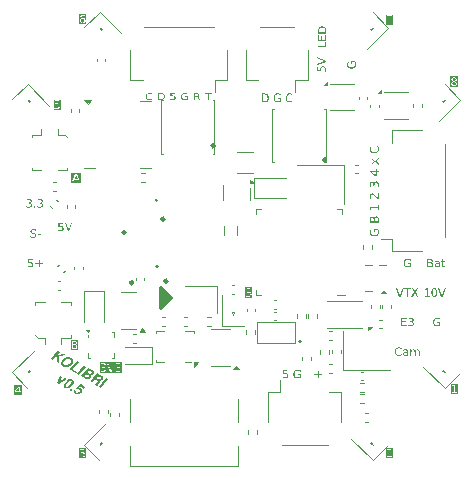
<source format=gbr>
%TF.GenerationSoftware,KiCad,Pcbnew,9.0.0-9.0.0-2~ubuntu24.04.1*%
%TF.CreationDate,2025-03-27T18:59:32+01:00*%
%TF.ProjectId,Kolibri v0.5,4b6f6c69-6272-4692-9076-302e352e6b69,rev?*%
%TF.SameCoordinates,Original*%
%TF.FileFunction,Legend,Top*%
%TF.FilePolarity,Positive*%
%FSLAX46Y46*%
G04 Gerber Fmt 4.6, Leading zero omitted, Abs format (unit mm)*
G04 Created by KiCad (PCBNEW 9.0.0-9.0.0-2~ubuntu24.04.1) date 2025-03-27 18:59:32*
%MOMM*%
%LPD*%
G01*
G04 APERTURE LIST*
%ADD10C,0.300000*%
%ADD11C,0.070000*%
%ADD12C,0.160000*%
%ADD13C,0.250000*%
%ADD14C,0.100000*%
%ADD15C,0.120000*%
%ADD16C,0.150000*%
G04 APERTURE END LIST*
D10*
X94500000Y-105250000D02*
X93650000Y-106100000D01*
X93650000Y-104400000D01*
X94500000Y-105250000D01*
G36*
X94500000Y-105250000D02*
G01*
X93650000Y-106100000D01*
X93650000Y-104400000D01*
X94500000Y-105250000D01*
G37*
D11*
G36*
X113810478Y-105131000D02*
G01*
X113537909Y-104417029D01*
X113638824Y-104417029D01*
X113864975Y-105018159D01*
X114091638Y-104417029D01*
X114192083Y-104417029D01*
X113919985Y-105131000D01*
X113810478Y-105131000D01*
G37*
G36*
X114197597Y-104417029D02*
G01*
X114801549Y-104417029D01*
X114801549Y-104499094D01*
X114548086Y-104499094D01*
X114548086Y-105131000D01*
X114451017Y-105131000D01*
X114451017Y-104499094D01*
X114197597Y-104499094D01*
X114197597Y-104417029D01*
G37*
G36*
X114860533Y-104417029D02*
G01*
X114964312Y-104417029D01*
X115141693Y-104682417D01*
X115320058Y-104417029D01*
X115423837Y-104417029D01*
X115194309Y-104759909D01*
X115439138Y-105131000D01*
X115335360Y-105131000D01*
X115134513Y-104827357D01*
X114932255Y-105131000D01*
X114828006Y-105131000D01*
X115082880Y-104749865D01*
X114860533Y-104417029D01*
G37*
G36*
X87043508Y-81587321D02*
G01*
X87070713Y-81595811D01*
X87094263Y-81609590D01*
X87114763Y-81628972D01*
X87135147Y-81660748D01*
X87148113Y-81700751D01*
X87152804Y-81751216D01*
X87148129Y-81801364D01*
X87135175Y-81841320D01*
X87114763Y-81873246D01*
X87094250Y-81892731D01*
X87070695Y-81906574D01*
X87043494Y-81915099D01*
X87011754Y-81918083D01*
X86979991Y-81915099D01*
X86952769Y-81906573D01*
X86929193Y-81892730D01*
X86908659Y-81873246D01*
X86888272Y-81841323D01*
X86875332Y-81801367D01*
X86870661Y-81751216D01*
X86875347Y-81700747D01*
X86888300Y-81660744D01*
X86908659Y-81628972D01*
X86929180Y-81609591D01*
X86952750Y-81595812D01*
X86979977Y-81587321D01*
X87011754Y-81584349D01*
X87043508Y-81587321D01*
G37*
G36*
X87327650Y-82072455D02*
G01*
X86679102Y-82072455D01*
X86679102Y-81624271D01*
X86756880Y-81624271D01*
X86760060Y-81699636D01*
X86767244Y-81751216D01*
X86768939Y-81763388D01*
X86782669Y-81817081D01*
X86800611Y-81862114D01*
X86822362Y-81899703D01*
X86851036Y-81934022D01*
X86883648Y-81960185D01*
X86920686Y-81978982D01*
X86963002Y-81990613D01*
X87011754Y-81994677D01*
X87064984Y-81990184D01*
X87110723Y-81977376D01*
X87150335Y-81956747D01*
X87184818Y-81928084D01*
X87212714Y-81892936D01*
X87232890Y-81852478D01*
X87245457Y-81805692D01*
X87249872Y-81751216D01*
X87245557Y-81695246D01*
X87233366Y-81647860D01*
X87213986Y-81607559D01*
X87187468Y-81573193D01*
X87154302Y-81545139D01*
X87115693Y-81524865D01*
X87070573Y-81512214D01*
X87017482Y-81507755D01*
X86983929Y-81510291D01*
X86952835Y-81517733D01*
X86923747Y-81530023D01*
X86897122Y-81546917D01*
X86873621Y-81568091D01*
X86853008Y-81593923D01*
X86860215Y-81527488D01*
X86872824Y-81474440D01*
X86889833Y-81432495D01*
X86910625Y-81399702D01*
X86938115Y-81372012D01*
X86970839Y-81352170D01*
X87009851Y-81339799D01*
X87056719Y-81335417D01*
X87093033Y-81337499D01*
X87130108Y-81343837D01*
X87166792Y-81354085D01*
X87203497Y-81368243D01*
X87203497Y-81280706D01*
X87163507Y-81268582D01*
X87126261Y-81260190D01*
X87089224Y-81255046D01*
X87052872Y-81253351D01*
X86999619Y-81257598D01*
X86952332Y-81269856D01*
X86909977Y-81289794D01*
X86871761Y-81317628D01*
X86837194Y-81354095D01*
X86809494Y-81394997D01*
X86787362Y-81441579D01*
X86770909Y-81494644D01*
X86760529Y-81555169D01*
X86756880Y-81624271D01*
X86679102Y-81624271D01*
X86679102Y-81175573D01*
X87327650Y-81175573D01*
X87327650Y-82072455D01*
G37*
G36*
X118494610Y-86946293D02*
G01*
X118530194Y-86958780D01*
X118558566Y-86978596D01*
X118580045Y-87005453D01*
X118593298Y-87038613D01*
X118598017Y-87079939D01*
X118593290Y-87120935D01*
X118579972Y-87154046D01*
X118558309Y-87181068D01*
X118529799Y-87201036D01*
X118494278Y-87213577D01*
X118449786Y-87218083D01*
X118405281Y-87213595D01*
X118369839Y-87201118D01*
X118341477Y-87181281D01*
X118319997Y-87154425D01*
X118306744Y-87121264D01*
X118302025Y-87079939D01*
X118306744Y-87038613D01*
X118319997Y-87005453D01*
X118341477Y-86978596D01*
X118369839Y-86958760D01*
X118405281Y-86946283D01*
X118449786Y-86941795D01*
X118494610Y-86946293D01*
G37*
G36*
X118490114Y-86633780D02*
G01*
X118521925Y-86644367D01*
X118547068Y-86661020D01*
X118566259Y-86683863D01*
X118578050Y-86712164D01*
X118582245Y-86747573D01*
X118578050Y-86782982D01*
X118566259Y-86811284D01*
X118547068Y-86834127D01*
X118521925Y-86850779D01*
X118490114Y-86861366D01*
X118449786Y-86865200D01*
X118409114Y-86861345D01*
X118377324Y-86850740D01*
X118352461Y-86834127D01*
X118333575Y-86811323D01*
X118321942Y-86783022D01*
X118317797Y-86747573D01*
X118321942Y-86712124D01*
X118333575Y-86683823D01*
X118352461Y-86661020D01*
X118377324Y-86644406D01*
X118409114Y-86633802D01*
X118449786Y-86629946D01*
X118490114Y-86633780D01*
G37*
G36*
X118772393Y-87372455D02*
G01*
X118127179Y-87372455D01*
X118127179Y-87079811D01*
X118204957Y-87079811D01*
X118204968Y-87079939D01*
X118209345Y-87131136D01*
X118221682Y-87173785D01*
X118241293Y-87209410D01*
X118268301Y-87239197D01*
X118301204Y-87262259D01*
X118341369Y-87279550D01*
X118390283Y-87290673D01*
X118449786Y-87294677D01*
X118509291Y-87290673D01*
X118558196Y-87279548D01*
X118598346Y-87262257D01*
X118631228Y-87239197D01*
X118658257Y-87209407D01*
X118677881Y-87173781D01*
X118690225Y-87131133D01*
X118694615Y-87079811D01*
X118690083Y-87035596D01*
X118677045Y-86997424D01*
X118655634Y-86964021D01*
X118626954Y-86936454D01*
X118591161Y-86915228D01*
X118546854Y-86900378D01*
X118585967Y-86886677D01*
X118617686Y-86867373D01*
X118643196Y-86842461D01*
X118662261Y-86812436D01*
X118673870Y-86778189D01*
X118677903Y-86738597D01*
X118673878Y-86696858D01*
X118662365Y-86661103D01*
X118643631Y-86630130D01*
X118617166Y-86603146D01*
X118585788Y-86582334D01*
X118548273Y-86566810D01*
X118503437Y-86556894D01*
X118449829Y-86553351D01*
X118396466Y-86556885D01*
X118351718Y-86566787D01*
X118314169Y-86582310D01*
X118282663Y-86603146D01*
X118256094Y-86630144D01*
X118237296Y-86661121D01*
X118225748Y-86696872D01*
X118221712Y-86738597D01*
X118222625Y-86747573D01*
X118225741Y-86778192D01*
X118237336Y-86812439D01*
X118256376Y-86842461D01*
X118281901Y-86867346D01*
X118313764Y-86886656D01*
X118353188Y-86900378D01*
X118308871Y-86915219D01*
X118272986Y-86936443D01*
X118244152Y-86964021D01*
X118222617Y-86997439D01*
X118209511Y-87035609D01*
X118204957Y-87079811D01*
X118127179Y-87079811D01*
X118127179Y-86475573D01*
X118772393Y-86475573D01*
X118772393Y-87372455D01*
G37*
G36*
X90357547Y-111572455D02*
G01*
X88438692Y-111572455D01*
X88438692Y-111366108D01*
X88516470Y-111366108D01*
X88516470Y-111459115D01*
X88567034Y-111474850D01*
X88614735Y-111485787D01*
X88662073Y-111492494D01*
X88707273Y-111494677D01*
X88775067Y-111490468D01*
X88830797Y-111478797D01*
X88876495Y-111460741D01*
X88913847Y-111436846D01*
X88945318Y-111405375D01*
X88967751Y-111368458D01*
X88981654Y-111325009D01*
X88986552Y-111273399D01*
X88981999Y-111228910D01*
X88968944Y-111190803D01*
X88947571Y-111157738D01*
X88918913Y-111130584D01*
X88883279Y-111110014D01*
X88839262Y-111096061D01*
X88879108Y-111082127D01*
X88910845Y-111063152D01*
X88935817Y-111039256D01*
X88954481Y-111010325D01*
X88965846Y-110977230D01*
X88969797Y-110938854D01*
X88965610Y-110897535D01*
X88953575Y-110861915D01*
X88933847Y-110830804D01*
X88905726Y-110803445D01*
X88872752Y-110782501D01*
X88833955Y-110767029D01*
X89072550Y-110767029D01*
X89345119Y-111481000D01*
X89454625Y-111481000D01*
X89498411Y-111366108D01*
X89809687Y-111366108D01*
X89809687Y-111459115D01*
X89860252Y-111474850D01*
X89907952Y-111485787D01*
X89955290Y-111492494D01*
X90000490Y-111494677D01*
X90068284Y-111490468D01*
X90124015Y-111478797D01*
X90169712Y-111460741D01*
X90207064Y-111436846D01*
X90238535Y-111405375D01*
X90260968Y-111368458D01*
X90274871Y-111325009D01*
X90279769Y-111273399D01*
X90275216Y-111228910D01*
X90262161Y-111190803D01*
X90240788Y-111157738D01*
X90212130Y-111130584D01*
X90176496Y-111110014D01*
X90132479Y-111096061D01*
X90172325Y-111082127D01*
X90204062Y-111063152D01*
X90229034Y-111039256D01*
X90247698Y-111010325D01*
X90259063Y-110977230D01*
X90263014Y-110938854D01*
X90258827Y-110897535D01*
X90246792Y-110861915D01*
X90227064Y-110830804D01*
X90198943Y-110803445D01*
X90165969Y-110782501D01*
X90126788Y-110766876D01*
X90080235Y-110756907D01*
X90024896Y-110753351D01*
X89981736Y-110755168D01*
X89934282Y-110760874D01*
X89885583Y-110770040D01*
X89831229Y-110783442D01*
X89831229Y-110868243D01*
X89884859Y-110853268D01*
X89931161Y-110843410D01*
X89975987Y-110837338D01*
X90016262Y-110835417D01*
X90063959Y-110839184D01*
X90100350Y-110849356D01*
X90127905Y-110864824D01*
X90149336Y-110886946D01*
X90162298Y-110914507D01*
X90166886Y-110949240D01*
X90162431Y-110983063D01*
X90149860Y-111009836D01*
X90129102Y-111031263D01*
X90102411Y-111046205D01*
X90066912Y-111056067D01*
X90020109Y-111059729D01*
X89933085Y-111059729D01*
X89933085Y-111139060D01*
X90016262Y-111139060D01*
X90067769Y-111143508D01*
X90108014Y-111155691D01*
X90139403Y-111174579D01*
X90158630Y-111193870D01*
X90172275Y-111216239D01*
X90180689Y-111242298D01*
X90183641Y-111272972D01*
X90180420Y-111306255D01*
X90171311Y-111333978D01*
X90156646Y-111357274D01*
X90136069Y-111376879D01*
X90102424Y-111395595D01*
X90057366Y-111407993D01*
X89997626Y-111412612D01*
X89946213Y-111409643D01*
X89897651Y-111400900D01*
X89851444Y-111386197D01*
X89809687Y-111366108D01*
X89498411Y-111366108D01*
X89726724Y-110767029D01*
X89626279Y-110767029D01*
X89399616Y-111368159D01*
X89173465Y-110767029D01*
X89072550Y-110767029D01*
X88833955Y-110767029D01*
X88833571Y-110766876D01*
X88787018Y-110756907D01*
X88731679Y-110753351D01*
X88688519Y-110755168D01*
X88641065Y-110760874D01*
X88592366Y-110770040D01*
X88538012Y-110783442D01*
X88538012Y-110868243D01*
X88591642Y-110853268D01*
X88637944Y-110843410D01*
X88682770Y-110837338D01*
X88723045Y-110835417D01*
X88770742Y-110839184D01*
X88807133Y-110849356D01*
X88834688Y-110864824D01*
X88856119Y-110886946D01*
X88869081Y-110914507D01*
X88873669Y-110949240D01*
X88869214Y-110983063D01*
X88856643Y-111009836D01*
X88835885Y-111031263D01*
X88809194Y-111046205D01*
X88773695Y-111056067D01*
X88726891Y-111059729D01*
X88639868Y-111059729D01*
X88639868Y-111139060D01*
X88723045Y-111139060D01*
X88774552Y-111143508D01*
X88814797Y-111155691D01*
X88846186Y-111174579D01*
X88865413Y-111193870D01*
X88879058Y-111216239D01*
X88887472Y-111242298D01*
X88890424Y-111272972D01*
X88887203Y-111306255D01*
X88878094Y-111333978D01*
X88863429Y-111357274D01*
X88842852Y-111376879D01*
X88809207Y-111395595D01*
X88764149Y-111407993D01*
X88704409Y-111412612D01*
X88652996Y-111409643D01*
X88604434Y-111400900D01*
X88558227Y-111386197D01*
X88516470Y-111366108D01*
X88438692Y-111366108D01*
X88438692Y-110675573D01*
X90357547Y-110675573D01*
X90357547Y-111572455D01*
G37*
G36*
X113975164Y-106917029D02*
G01*
X114426568Y-106917029D01*
X114426568Y-106999094D01*
X114071762Y-106999094D01*
X114071762Y-107209729D01*
X114411736Y-107209729D01*
X114411736Y-107291795D01*
X114071762Y-107291795D01*
X114071762Y-107548934D01*
X114435159Y-107548934D01*
X114435159Y-107631000D01*
X113975164Y-107631000D01*
X113975164Y-106917029D01*
G37*
G36*
X114895325Y-107246061D02*
G01*
X114939342Y-107260014D01*
X114974976Y-107280584D01*
X115003634Y-107307738D01*
X115025007Y-107340803D01*
X115038063Y-107378910D01*
X115042616Y-107423399D01*
X115037717Y-107475009D01*
X115023815Y-107518458D01*
X115001381Y-107555375D01*
X114969911Y-107586846D01*
X114932559Y-107610741D01*
X114886861Y-107628797D01*
X114831131Y-107640468D01*
X114763336Y-107644677D01*
X114718137Y-107642494D01*
X114670799Y-107635787D01*
X114623098Y-107624850D01*
X114572534Y-107609115D01*
X114572534Y-107516108D01*
X114614291Y-107536197D01*
X114660498Y-107550900D01*
X114709059Y-107559643D01*
X114760472Y-107562612D01*
X114820212Y-107557993D01*
X114865270Y-107545595D01*
X114898915Y-107526879D01*
X114919492Y-107507274D01*
X114934158Y-107483978D01*
X114943266Y-107456255D01*
X114946488Y-107422972D01*
X114943536Y-107392298D01*
X114935121Y-107366239D01*
X114921476Y-107343870D01*
X114902249Y-107324579D01*
X114870860Y-107305691D01*
X114830615Y-107293508D01*
X114779108Y-107289060D01*
X114695931Y-107289060D01*
X114695931Y-107209729D01*
X114782955Y-107209729D01*
X114829758Y-107206067D01*
X114865258Y-107196205D01*
X114891948Y-107181263D01*
X114912707Y-107159836D01*
X114925277Y-107133063D01*
X114929733Y-107099240D01*
X114925144Y-107064507D01*
X114912183Y-107036946D01*
X114890751Y-107014824D01*
X114863196Y-106999356D01*
X114826805Y-106989184D01*
X114779108Y-106985417D01*
X114738833Y-106987338D01*
X114694008Y-106993410D01*
X114647705Y-107003268D01*
X114594076Y-107018243D01*
X114594076Y-106933442D01*
X114648430Y-106920040D01*
X114697128Y-106910874D01*
X114744582Y-106905168D01*
X114787742Y-106903351D01*
X114843082Y-106906907D01*
X114889635Y-106916876D01*
X114928816Y-106932501D01*
X114961789Y-106953445D01*
X114989910Y-106980804D01*
X115009639Y-107011915D01*
X115021673Y-107047535D01*
X115025860Y-107088854D01*
X115021909Y-107127230D01*
X115010544Y-107160325D01*
X114991880Y-107189256D01*
X114966908Y-107213152D01*
X114935172Y-107232127D01*
X114895325Y-107246061D01*
G37*
G36*
X111966569Y-99476900D02*
G01*
X111764773Y-99476900D01*
X111764773Y-99643723D01*
X111680910Y-99643723D01*
X111680910Y-99375822D01*
X112003801Y-99375822D01*
X112029403Y-99416463D01*
X112050515Y-99459853D01*
X112067196Y-99506271D01*
X112083183Y-99579161D01*
X112088659Y-99658408D01*
X112084042Y-99729700D01*
X112070896Y-99791769D01*
X112049945Y-99845992D01*
X112021448Y-99893509D01*
X111985185Y-99935166D01*
X111942444Y-99969826D01*
X111893334Y-99997295D01*
X111836917Y-100017633D01*
X111771979Y-100030461D01*
X111697086Y-100034979D01*
X111621944Y-100030455D01*
X111556840Y-100017617D01*
X111500326Y-99997272D01*
X111451177Y-99969806D01*
X111408445Y-99935166D01*
X111372184Y-99893509D01*
X111343687Y-99845990D01*
X111322735Y-99791758D01*
X111309588Y-99729676D01*
X111304971Y-99658363D01*
X111309633Y-99585830D01*
X111323316Y-99518109D01*
X111346072Y-99453962D01*
X111377267Y-99395522D01*
X111487157Y-99395522D01*
X111456820Y-99434676D01*
X111432416Y-99474723D01*
X111413551Y-99515850D01*
X111399856Y-99558879D01*
X111391613Y-99603406D01*
X111388835Y-99649778D01*
X111392412Y-99706141D01*
X111402475Y-99753899D01*
X111418293Y-99794399D01*
X111439533Y-99828758D01*
X111466281Y-99857809D01*
X111506511Y-99886431D01*
X111556836Y-99908102D01*
X111619457Y-99922188D01*
X111697086Y-99927304D01*
X111774412Y-99922195D01*
X111836860Y-99908120D01*
X111887114Y-99886451D01*
X111927348Y-99857809D01*
X111954100Y-99828740D01*
X111975341Y-99794370D01*
X111991158Y-99753868D01*
X112001219Y-99706119D01*
X112004795Y-99649778D01*
X112002333Y-99597221D01*
X111995487Y-99553263D01*
X111983417Y-99512444D01*
X111966569Y-99476900D01*
G37*
G36*
X111912872Y-98329420D02*
G01*
X111954293Y-98342590D01*
X111989420Y-98363815D01*
X112019300Y-98393547D01*
X112041982Y-98428886D01*
X112059123Y-98472143D01*
X112070203Y-98524921D01*
X112074200Y-98589152D01*
X112074200Y-98860081D01*
X111319430Y-98860081D01*
X111319430Y-98606820D01*
X111403294Y-98606820D01*
X111403294Y-98757963D01*
X111631749Y-98757963D01*
X111631749Y-98606820D01*
X111630800Y-98594213D01*
X111715612Y-98594213D01*
X111715612Y-98757963D01*
X111990336Y-98757963D01*
X111990336Y-98594213D01*
X111985897Y-98540152D01*
X111974109Y-98500619D01*
X111956448Y-98472123D01*
X111931185Y-98450872D01*
X111897506Y-98437391D01*
X111852703Y-98432451D01*
X111807574Y-98437417D01*
X111773952Y-98450916D01*
X111749004Y-98472123D01*
X111731620Y-98500576D01*
X111719994Y-98540107D01*
X111715612Y-98594213D01*
X111630800Y-98594213D01*
X111628036Y-98557505D01*
X111618204Y-98521383D01*
X111603598Y-98495348D01*
X111582310Y-98475514D01*
X111554339Y-98463175D01*
X111517521Y-98458703D01*
X111481032Y-98463157D01*
X111453126Y-98475480D01*
X111431715Y-98495348D01*
X111416960Y-98521406D01*
X111407038Y-98557529D01*
X111403294Y-98606820D01*
X111319430Y-98606820D01*
X111319430Y-98599274D01*
X111322994Y-98540013D01*
X111332858Y-98491405D01*
X111348078Y-98451666D01*
X111368140Y-98419302D01*
X111394770Y-98391883D01*
X111426040Y-98372394D01*
X111462871Y-98360336D01*
X111506677Y-98356088D01*
X111552004Y-98360077D01*
X111588268Y-98371118D01*
X111617335Y-98388441D01*
X111640699Y-98412584D01*
X111657829Y-98443720D01*
X111668574Y-98483510D01*
X111683788Y-98435731D01*
X111706225Y-98397248D01*
X111735855Y-98366481D01*
X111771952Y-98343700D01*
X111814019Y-98329688D01*
X111863593Y-98324775D01*
X111912872Y-98329420D01*
G37*
G36*
X111987444Y-97793672D02*
G01*
X111987444Y-97626849D01*
X111411969Y-97626849D01*
X111449563Y-97808357D01*
X111357024Y-97808357D01*
X111319430Y-97627888D01*
X111319430Y-97525770D01*
X111987444Y-97525770D01*
X111987444Y-97358947D01*
X112074200Y-97358947D01*
X112074200Y-97793672D01*
X111987444Y-97793672D01*
G37*
G36*
X111987444Y-96735847D02*
G01*
X111987444Y-96379474D01*
X112074200Y-96379474D01*
X112074200Y-96858705D01*
X111987444Y-96858705D01*
X111826134Y-96700242D01*
X111695640Y-96574130D01*
X111641558Y-96530077D01*
X111602514Y-96505630D01*
X111564001Y-96490843D01*
X111527552Y-96486155D01*
X111489372Y-96491003D01*
X111457200Y-96504977D01*
X111429591Y-96528358D01*
X111408986Y-96558472D01*
X111396238Y-96594577D01*
X111391726Y-96638293D01*
X111395695Y-96686700D01*
X111408219Y-96739688D01*
X111428263Y-96793218D01*
X111458239Y-96853644D01*
X111354133Y-96853644D01*
X111332317Y-96792571D01*
X111317397Y-96738423D01*
X111307908Y-96685750D01*
X111304971Y-96640326D01*
X111309063Y-96581701D01*
X111320605Y-96531908D01*
X111338865Y-96489497D01*
X111363621Y-96453306D01*
X111395333Y-96422841D01*
X111431369Y-96401319D01*
X111472597Y-96388134D01*
X111520323Y-96383540D01*
X111565777Y-96387930D01*
X111608569Y-96400982D01*
X111650911Y-96423587D01*
X111706891Y-96464421D01*
X111791568Y-96544805D01*
X111987444Y-96735847D01*
G37*
G36*
X111667264Y-95526879D02*
G01*
X111682015Y-95480347D01*
X111703760Y-95442677D01*
X111732466Y-95412381D01*
X111767420Y-95389787D01*
X111807705Y-95375985D01*
X111854736Y-95371172D01*
X111909295Y-95376350D01*
X111955227Y-95391047D01*
X111994254Y-95414763D01*
X112027523Y-95448032D01*
X112052783Y-95487518D01*
X112071872Y-95535827D01*
X112084209Y-95594742D01*
X112088659Y-95666410D01*
X112086351Y-95714193D01*
X112079260Y-95764236D01*
X112067699Y-95814662D01*
X112051065Y-95868116D01*
X111952742Y-95868116D01*
X111973980Y-95823973D01*
X111989523Y-95775125D01*
X111998765Y-95723789D01*
X112001904Y-95669438D01*
X111997022Y-95606284D01*
X111983915Y-95558651D01*
X111964129Y-95523084D01*
X111943404Y-95501331D01*
X111918777Y-95485827D01*
X111889469Y-95476198D01*
X111854284Y-95472793D01*
X111821857Y-95475914D01*
X111794310Y-95484809D01*
X111770662Y-95499234D01*
X111750269Y-95519559D01*
X111730302Y-95552742D01*
X111717423Y-95595287D01*
X111712720Y-95649737D01*
X111712720Y-95737667D01*
X111628857Y-95737667D01*
X111628857Y-95645671D01*
X111624985Y-95596193D01*
X111614560Y-95558665D01*
X111598764Y-95530449D01*
X111576112Y-95508504D01*
X111547810Y-95495216D01*
X111512054Y-95490505D01*
X111475336Y-95495356D01*
X111446200Y-95509058D01*
X111422814Y-95531714D01*
X111406462Y-95560844D01*
X111395708Y-95599314D01*
X111391726Y-95649737D01*
X111393757Y-95692314D01*
X111400176Y-95739700D01*
X111410598Y-95788649D01*
X111426428Y-95845343D01*
X111336781Y-95845343D01*
X111322614Y-95787883D01*
X111312924Y-95736402D01*
X111306892Y-95686236D01*
X111304971Y-95640610D01*
X111308730Y-95582108D01*
X111319268Y-95532895D01*
X111335787Y-95491475D01*
X111357928Y-95456617D01*
X111386849Y-95426889D01*
X111419739Y-95406033D01*
X111457394Y-95393311D01*
X111501074Y-95388885D01*
X111541643Y-95393062D01*
X111576629Y-95405076D01*
X111607213Y-95424807D01*
X111632475Y-95451206D01*
X111652534Y-95484756D01*
X111667264Y-95526879D01*
G37*
G36*
X111894906Y-94466525D02*
G01*
X112074200Y-94466525D01*
X112074200Y-94568146D01*
X111894906Y-94568146D01*
X111894906Y-94908840D01*
X111796538Y-94908840D01*
X111319430Y-94594940D01*
X111319430Y-94568146D01*
X111408354Y-94568146D01*
X111811042Y-94825926D01*
X111811042Y-94568146D01*
X111408354Y-94568146D01*
X111319430Y-94568146D01*
X111319430Y-94466525D01*
X111811042Y-94466525D01*
X111811042Y-94358849D01*
X111894906Y-94358849D01*
X111894906Y-94466525D01*
G37*
G36*
X111507400Y-93403640D02*
G01*
X111783209Y-93608373D01*
X112074200Y-93393021D01*
X112074200Y-93502730D01*
X111851528Y-93667520D01*
X112074200Y-93832309D01*
X112074200Y-93942018D01*
X111777651Y-93722103D01*
X111507400Y-93923311D01*
X111507400Y-93813602D01*
X111709331Y-93663498D01*
X111507400Y-93513349D01*
X111507400Y-93403640D01*
G37*
G36*
X111377267Y-92363076D02*
G01*
X111484265Y-92363076D01*
X111454454Y-92398903D01*
X111430707Y-92435486D01*
X111412557Y-92473011D01*
X111399435Y-92512524D01*
X111391513Y-92553762D01*
X111388835Y-92597089D01*
X111392387Y-92649183D01*
X111402465Y-92694018D01*
X111418482Y-92732737D01*
X111440262Y-92766267D01*
X111468044Y-92795270D01*
X111509097Y-92823734D01*
X111559574Y-92845164D01*
X111621433Y-92859001D01*
X111697086Y-92863996D01*
X111772438Y-92859008D01*
X111834123Y-92845182D01*
X111884528Y-92823754D01*
X111925586Y-92795270D01*
X111953368Y-92766267D01*
X111975148Y-92732737D01*
X111991165Y-92694018D01*
X112001243Y-92649183D01*
X112004795Y-92597089D01*
X112002117Y-92553762D01*
X111994195Y-92512524D01*
X111981073Y-92473011D01*
X111962923Y-92435486D01*
X111939176Y-92398903D01*
X111909365Y-92363076D01*
X112016363Y-92363076D01*
X112048098Y-92418468D01*
X112070585Y-92476581D01*
X112084069Y-92537669D01*
X112088659Y-92603189D01*
X112084034Y-92671917D01*
X112070819Y-92732100D01*
X112049661Y-92785037D01*
X112020727Y-92831788D01*
X111983694Y-92873123D01*
X111940365Y-92907454D01*
X111891026Y-92934604D01*
X111834812Y-92954647D01*
X111770605Y-92967247D01*
X111697086Y-92971672D01*
X111623318Y-92967241D01*
X111558949Y-92954630D01*
X111502647Y-92934580D01*
X111453283Y-92907433D01*
X111409981Y-92873123D01*
X111372930Y-92831786D01*
X111343984Y-92785033D01*
X111322818Y-92732096D01*
X111309598Y-92671914D01*
X111304971Y-92603189D01*
X111309577Y-92536796D01*
X111323045Y-92475541D01*
X111345576Y-92417596D01*
X111377267Y-92363076D01*
G37*
G36*
X84959051Y-98867029D02*
G01*
X85338262Y-98867029D01*
X85338262Y-98949094D01*
X85047528Y-98949094D01*
X85047528Y-99122244D01*
X85089587Y-99111388D01*
X85131688Y-99107755D01*
X85191128Y-99112295D01*
X85241512Y-99125125D01*
X85284412Y-99145519D01*
X85321037Y-99173407D01*
X85351069Y-99208370D01*
X85372694Y-99248866D01*
X85386147Y-99295981D01*
X85390878Y-99351216D01*
X85385962Y-99408162D01*
X85372071Y-99455991D01*
X85349871Y-99496423D01*
X85319157Y-99530692D01*
X85281817Y-99557449D01*
X85236758Y-99577374D01*
X85182430Y-99590113D01*
X85116899Y-99594677D01*
X85071791Y-99592819D01*
X85025302Y-99587154D01*
X84978483Y-99577887D01*
X84928960Y-99564586D01*
X84928960Y-99468843D01*
X84972853Y-99488181D01*
X85017907Y-99501798D01*
X85064644Y-99509854D01*
X85114976Y-99512612D01*
X85156223Y-99509588D01*
X85191127Y-99501063D01*
X85220764Y-99487559D01*
X85245981Y-99469185D01*
X85266831Y-99445907D01*
X85281769Y-99419013D01*
X85291029Y-99387786D01*
X85294280Y-99351216D01*
X85291028Y-99314645D01*
X85281768Y-99283427D01*
X85266830Y-99256547D01*
X85245981Y-99233289D01*
X85220762Y-99214898D01*
X85191118Y-99201380D01*
X85156201Y-99192846D01*
X85114933Y-99189820D01*
X85076350Y-99191979D01*
X85037697Y-99198497D01*
X84999357Y-99209346D01*
X84959051Y-99225382D01*
X84959051Y-98867029D01*
G37*
G36*
X85756626Y-99581000D02*
G01*
X85484057Y-98867029D01*
X85584972Y-98867029D01*
X85811123Y-99468159D01*
X86037786Y-98867029D01*
X86138231Y-98867029D01*
X85866132Y-99581000D01*
X85756626Y-99581000D01*
G37*
G36*
X101384062Y-105222455D02*
G01*
X100725940Y-105222455D01*
X100725940Y-104606806D01*
X100803718Y-104606806D01*
X100807047Y-104647208D01*
X100816445Y-104681193D01*
X100831417Y-104709936D01*
X100852017Y-104734306D01*
X100876942Y-104753801D01*
X100910092Y-104771763D01*
X100953229Y-104787884D01*
X101008411Y-104801626D01*
X101067225Y-104813166D01*
X101115612Y-104826017D01*
X101149833Y-104841073D01*
X101173141Y-104857661D01*
X101190701Y-104879359D01*
X101201545Y-104906282D01*
X101205412Y-104939983D01*
X101202426Y-104969202D01*
X101193922Y-104993835D01*
X101180086Y-105014843D01*
X101160447Y-105032820D01*
X101128813Y-105049919D01*
X101087170Y-105061179D01*
X101032775Y-105065347D01*
X100978304Y-105061288D01*
X100921815Y-105048806D01*
X100865772Y-105028672D01*
X100806581Y-104999695D01*
X100806581Y-105098173D01*
X100867635Y-105118611D01*
X100924935Y-105132923D01*
X100981434Y-105141843D01*
X101032775Y-105144677D01*
X101101228Y-105140682D01*
X101156587Y-105129698D01*
X101201111Y-105112897D01*
X101236699Y-105090950D01*
X101266615Y-105061582D01*
X101288093Y-105026360D01*
X101301516Y-104984094D01*
X101306284Y-104933016D01*
X101302782Y-104889818D01*
X101292830Y-104852876D01*
X101276883Y-104821078D01*
X101254865Y-104793590D01*
X101228039Y-104771152D01*
X101193554Y-104751325D01*
X101149939Y-104734374D01*
X101095435Y-104720842D01*
X101037092Y-104708832D01*
X100984141Y-104696331D01*
X100949917Y-104683236D01*
X100929252Y-104670193D01*
X100913868Y-104652389D01*
X100904262Y-104629317D01*
X100900786Y-104599326D01*
X100905734Y-104564233D01*
X100919854Y-104536033D01*
X100943571Y-104513028D01*
X100973678Y-104497096D01*
X101013381Y-104486579D01*
X101065302Y-104482681D01*
X101110982Y-104485661D01*
X101159506Y-104494906D01*
X101208593Y-104509808D01*
X101263285Y-104531921D01*
X101263285Y-104438913D01*
X101208841Y-104423221D01*
X101156642Y-104412242D01*
X101104661Y-104405545D01*
X101054317Y-104403351D01*
X100995381Y-104407229D01*
X100946104Y-104418078D01*
X100904891Y-104435056D01*
X100870439Y-104457805D01*
X100841397Y-104487330D01*
X100820815Y-104521336D01*
X100808151Y-104560712D01*
X100803718Y-104606806D01*
X100725940Y-104606806D01*
X100725940Y-104325573D01*
X101384062Y-104325573D01*
X101384062Y-105222455D01*
G37*
G36*
X114703369Y-102529187D02*
G01*
X114703369Y-102338299D01*
X114545563Y-102338299D01*
X114545563Y-102258969D01*
X114798984Y-102258969D01*
X114798984Y-102564407D01*
X114760539Y-102588625D01*
X114719495Y-102608595D01*
X114675586Y-102624374D01*
X114606635Y-102639498D01*
X114531672Y-102644677D01*
X114464234Y-102640310D01*
X114405520Y-102627875D01*
X114354228Y-102608056D01*
X114309280Y-102581099D01*
X114269874Y-102546797D01*
X114237088Y-102506366D01*
X114211104Y-102459911D01*
X114191865Y-102406543D01*
X114179731Y-102345116D01*
X114175456Y-102274271D01*
X114179736Y-102203190D01*
X114191880Y-102141606D01*
X114211126Y-102088146D01*
X114237107Y-102041654D01*
X114269874Y-102001232D01*
X114309279Y-101966931D01*
X114354230Y-101939974D01*
X114405530Y-101920155D01*
X114464257Y-101907718D01*
X114531715Y-101903351D01*
X114600328Y-101907761D01*
X114664388Y-101920705D01*
X114725068Y-101942230D01*
X114780348Y-101971739D01*
X114780348Y-102075689D01*
X114743311Y-102046992D01*
X114705429Y-102023907D01*
X114666525Y-102006061D01*
X114625821Y-101993107D01*
X114583701Y-101985309D01*
X114539836Y-101982681D01*
X114486519Y-101986066D01*
X114441343Y-101995585D01*
X114403032Y-102010547D01*
X114370530Y-102030639D01*
X114343049Y-102055942D01*
X114315975Y-102093997D01*
X114295475Y-102141602D01*
X114282151Y-102200838D01*
X114277311Y-102274271D01*
X114282144Y-102347417D01*
X114295458Y-102406489D01*
X114315956Y-102454027D01*
X114343049Y-102492086D01*
X114370547Y-102517392D01*
X114403060Y-102537485D01*
X114441373Y-102552446D01*
X114486541Y-102561964D01*
X114539836Y-102565347D01*
X114589552Y-102563017D01*
X114631134Y-102556542D01*
X114669746Y-102545124D01*
X114703369Y-102529187D01*
G37*
G36*
X106867029Y-86040948D02*
G01*
X106867029Y-85661737D01*
X106949094Y-85661737D01*
X106949094Y-85952471D01*
X107122244Y-85952471D01*
X107111388Y-85910412D01*
X107107755Y-85868311D01*
X107112295Y-85808871D01*
X107125125Y-85758487D01*
X107145519Y-85715587D01*
X107173407Y-85678962D01*
X107208370Y-85648930D01*
X107248866Y-85627305D01*
X107295981Y-85613852D01*
X107351216Y-85609121D01*
X107408162Y-85614037D01*
X107455991Y-85627928D01*
X107496423Y-85650128D01*
X107530692Y-85680842D01*
X107557449Y-85718182D01*
X107577374Y-85763241D01*
X107590113Y-85817569D01*
X107594677Y-85883100D01*
X107592819Y-85928208D01*
X107587154Y-85974697D01*
X107577887Y-86021516D01*
X107564586Y-86071039D01*
X107468843Y-86071039D01*
X107488181Y-86027146D01*
X107501798Y-85982092D01*
X107509854Y-85935355D01*
X107512612Y-85885023D01*
X107509588Y-85843776D01*
X107501063Y-85808872D01*
X107487559Y-85779235D01*
X107469185Y-85754018D01*
X107445907Y-85733168D01*
X107419013Y-85718230D01*
X107387786Y-85708970D01*
X107351216Y-85705719D01*
X107314645Y-85708971D01*
X107283427Y-85718231D01*
X107256547Y-85733169D01*
X107233289Y-85754018D01*
X107214898Y-85779237D01*
X107201380Y-85808881D01*
X107192846Y-85843798D01*
X107189820Y-85885066D01*
X107191979Y-85923649D01*
X107198497Y-85962302D01*
X107209346Y-86000642D01*
X107225382Y-86040948D01*
X106867029Y-86040948D01*
G37*
G36*
X107581000Y-85243373D02*
G01*
X106867029Y-85515942D01*
X106867029Y-85415027D01*
X107468159Y-85188876D01*
X106867029Y-84962213D01*
X106867029Y-84861768D01*
X107581000Y-85133867D01*
X107581000Y-85243373D01*
G37*
G36*
X103960740Y-111317029D02*
G01*
X104339951Y-111317029D01*
X104339951Y-111399094D01*
X104049217Y-111399094D01*
X104049217Y-111572244D01*
X104091276Y-111561388D01*
X104133377Y-111557755D01*
X104192817Y-111562295D01*
X104243201Y-111575125D01*
X104286101Y-111595519D01*
X104322726Y-111623407D01*
X104352758Y-111658370D01*
X104374383Y-111698866D01*
X104387836Y-111745981D01*
X104392567Y-111801216D01*
X104387651Y-111858162D01*
X104373760Y-111905991D01*
X104351560Y-111946423D01*
X104320846Y-111980692D01*
X104283506Y-112007449D01*
X104238447Y-112027374D01*
X104184119Y-112040113D01*
X104118588Y-112044677D01*
X104073480Y-112042819D01*
X104026991Y-112037154D01*
X103980172Y-112027887D01*
X103930649Y-112014586D01*
X103930649Y-111918843D01*
X103974542Y-111938181D01*
X104019596Y-111951798D01*
X104066333Y-111959854D01*
X104116665Y-111962612D01*
X104157912Y-111959588D01*
X104192816Y-111951063D01*
X104222453Y-111937559D01*
X104247670Y-111919185D01*
X104268520Y-111895907D01*
X104283458Y-111869013D01*
X104292718Y-111837786D01*
X104295969Y-111801216D01*
X104292717Y-111764645D01*
X104283457Y-111733427D01*
X104268519Y-111706547D01*
X104247670Y-111683289D01*
X104222451Y-111664898D01*
X104192807Y-111651380D01*
X104157890Y-111642846D01*
X104116622Y-111639820D01*
X104078039Y-111641979D01*
X104039386Y-111648497D01*
X104001046Y-111659346D01*
X103960740Y-111675382D01*
X103960740Y-111317029D01*
G37*
G36*
X105372183Y-111929187D02*
G01*
X105372183Y-111738299D01*
X105214377Y-111738299D01*
X105214377Y-111658969D01*
X105467798Y-111658969D01*
X105467798Y-111964407D01*
X105429354Y-111988625D01*
X105388309Y-112008595D01*
X105344400Y-112024374D01*
X105275450Y-112039498D01*
X105200486Y-112044677D01*
X105133048Y-112040310D01*
X105074334Y-112027875D01*
X105023042Y-112008056D01*
X104978094Y-111981099D01*
X104938688Y-111946797D01*
X104905902Y-111906366D01*
X104879918Y-111859911D01*
X104860679Y-111806543D01*
X104848545Y-111745116D01*
X104844270Y-111674271D01*
X104848550Y-111603190D01*
X104860694Y-111541606D01*
X104879940Y-111488146D01*
X104905921Y-111441654D01*
X104938688Y-111401232D01*
X104978093Y-111366931D01*
X105023044Y-111339974D01*
X105074344Y-111320155D01*
X105133071Y-111307718D01*
X105200529Y-111303351D01*
X105269142Y-111307761D01*
X105333202Y-111320705D01*
X105393882Y-111342230D01*
X105449162Y-111371739D01*
X105449162Y-111475689D01*
X105412125Y-111446992D01*
X105374243Y-111423907D01*
X105335339Y-111406061D01*
X105294635Y-111393107D01*
X105252515Y-111385309D01*
X105208650Y-111382681D01*
X105155333Y-111386066D01*
X105110157Y-111395585D01*
X105071846Y-111410547D01*
X105039344Y-111430639D01*
X105011863Y-111455942D01*
X104984789Y-111493997D01*
X104964289Y-111541602D01*
X104950965Y-111600838D01*
X104946126Y-111674271D01*
X104950958Y-111747417D01*
X104964272Y-111806489D01*
X104984770Y-111854027D01*
X105011863Y-111892086D01*
X105039361Y-111917392D01*
X105071874Y-111937485D01*
X105110187Y-111952446D01*
X105155355Y-111961964D01*
X105208650Y-111965347D01*
X105258366Y-111963017D01*
X105299948Y-111956542D01*
X105338560Y-111945124D01*
X105372183Y-111929187D01*
G37*
G36*
X105907362Y-111721886D02*
G01*
X106165099Y-111721886D01*
X106165099Y-111801216D01*
X105907362Y-111801216D01*
X105907362Y-111721886D01*
G37*
G36*
X106974727Y-111418243D02*
G01*
X106974727Y-111683588D01*
X107241056Y-111683588D01*
X107241056Y-111765654D01*
X106974727Y-111765654D01*
X106974727Y-112031000D01*
X106894371Y-112031000D01*
X106894371Y-111765654D01*
X106628043Y-111765654D01*
X106628043Y-111683588D01*
X106894371Y-111683588D01*
X106894371Y-111418243D01*
X106974727Y-111418243D01*
G37*
G36*
X114011539Y-109471739D02*
G01*
X114011539Y-109572953D01*
X113977648Y-109544754D01*
X113943043Y-109522291D01*
X113907546Y-109505121D01*
X113870169Y-109492709D01*
X113831160Y-109485215D01*
X113790175Y-109482681D01*
X113740897Y-109486042D01*
X113698485Y-109495575D01*
X113661860Y-109510726D01*
X113630142Y-109531329D01*
X113602707Y-109557609D01*
X113575781Y-109596443D01*
X113555510Y-109644191D01*
X113542420Y-109702707D01*
X113537695Y-109774271D01*
X113542414Y-109845549D01*
X113555493Y-109903900D01*
X113575762Y-109951580D01*
X113602707Y-109990419D01*
X113630142Y-110016699D01*
X113661860Y-110037302D01*
X113698485Y-110052454D01*
X113740897Y-110061986D01*
X113790175Y-110065347D01*
X113831160Y-110062813D01*
X113870169Y-110055320D01*
X113907546Y-110042907D01*
X113943043Y-110025738D01*
X113977648Y-110003275D01*
X114011539Y-109975075D01*
X114011539Y-110076289D01*
X113959141Y-110106309D01*
X113904170Y-110127580D01*
X113846383Y-110140335D01*
X113784405Y-110144677D01*
X113719392Y-110140302D01*
X113662462Y-110127801D01*
X113612386Y-110107788D01*
X113568162Y-110080417D01*
X113529061Y-110045386D01*
X113496586Y-110004399D01*
X113470904Y-109957728D01*
X113451944Y-109904552D01*
X113440025Y-109843815D01*
X113435840Y-109774271D01*
X113440031Y-109704490D01*
X113451960Y-109643600D01*
X113470927Y-109590341D01*
X113496606Y-109543646D01*
X113529061Y-109502685D01*
X113568165Y-109467637D01*
X113612390Y-109440255D01*
X113662466Y-109420233D01*
X113719395Y-109407728D01*
X113784405Y-109403351D01*
X113847209Y-109407708D01*
X113905153Y-109420448D01*
X113959966Y-109441761D01*
X114011539Y-109471739D01*
G37*
G36*
X114403190Y-109585527D02*
G01*
X114450211Y-109597593D01*
X114488088Y-109616322D01*
X114518465Y-109641427D01*
X114542127Y-109672935D01*
X114560011Y-109712597D01*
X114571639Y-109762231D01*
X114575868Y-109824108D01*
X114575868Y-110131000D01*
X114487904Y-110131000D01*
X114487904Y-110048934D01*
X114465606Y-110079433D01*
X114440638Y-110103317D01*
X114412805Y-110121340D01*
X114382008Y-110133882D01*
X114345702Y-110141846D01*
X114302829Y-110144677D01*
X114262023Y-110141498D01*
X114227286Y-110132494D01*
X114197560Y-110118136D01*
X114172037Y-110098430D01*
X114151143Y-110073814D01*
X114136121Y-110045480D01*
X114126797Y-110012702D01*
X114123524Y-109974476D01*
X114124092Y-109968407D01*
X114211531Y-109968407D01*
X114215157Y-109998434D01*
X114225445Y-110022925D01*
X114242348Y-110043164D01*
X114264433Y-110058060D01*
X114291921Y-110067444D01*
X114326295Y-110070818D01*
X114361878Y-110067391D01*
X114392717Y-110057541D01*
X114419768Y-110041441D01*
X114443665Y-110018629D01*
X114462395Y-109991521D01*
X114476162Y-109959949D01*
X114484837Y-109923085D01*
X114487904Y-109879887D01*
X114487904Y-109860183D01*
X114400410Y-109860183D01*
X114328588Y-109863753D01*
X114281654Y-109872654D01*
X114252649Y-109884717D01*
X114235056Y-109898725D01*
X114222418Y-109916696D01*
X114214422Y-109939469D01*
X114211531Y-109968407D01*
X114124092Y-109968407D01*
X114127680Y-109930031D01*
X114139364Y-109893407D01*
X114158028Y-109863025D01*
X114184005Y-109837829D01*
X114214875Y-109819145D01*
X114253994Y-109804738D01*
X114303172Y-109795260D01*
X114364549Y-109791795D01*
X114487904Y-109791795D01*
X114487904Y-109783076D01*
X114483149Y-109744182D01*
X114469790Y-109713280D01*
X114447982Y-109688486D01*
X114419530Y-109670679D01*
X114382901Y-109659210D01*
X114335826Y-109655019D01*
X114290397Y-109657770D01*
X114246409Y-109665961D01*
X114203828Y-109679600D01*
X114162719Y-109698787D01*
X114162719Y-109616722D01*
X114210931Y-109600985D01*
X114256453Y-109590050D01*
X114301680Y-109583343D01*
X114344888Y-109581160D01*
X114403190Y-109585527D01*
G37*
G36*
X115174434Y-109696565D02*
G01*
X115198895Y-109659263D01*
X115225174Y-109630596D01*
X115253337Y-109609327D01*
X115285025Y-109593944D01*
X115320756Y-109584459D01*
X115361390Y-109581160D01*
X115402222Y-109585101D01*
X115436545Y-109596287D01*
X115465675Y-109614357D01*
X115490472Y-109639760D01*
X115509201Y-109669802D01*
X115523395Y-109706645D01*
X115532588Y-109751662D01*
X115535907Y-109806498D01*
X115535907Y-110131000D01*
X115447473Y-110131000D01*
X115447473Y-109809405D01*
X115443843Y-109758489D01*
X115434282Y-109721474D01*
X115420203Y-109695069D01*
X115399489Y-109674767D01*
X115372450Y-109662263D01*
X115337026Y-109657755D01*
X115303527Y-109660805D01*
X115274925Y-109669499D01*
X115250278Y-109683554D01*
X115228931Y-109703233D01*
X115207617Y-109735674D01*
X115194128Y-109776240D01*
X115189266Y-109827143D01*
X115189266Y-110131000D01*
X115100789Y-110131000D01*
X115100789Y-109809405D01*
X115097146Y-109758159D01*
X115087573Y-109721108D01*
X115073519Y-109694855D01*
X115052795Y-109674734D01*
X115025464Y-109662269D01*
X114989359Y-109657755D01*
X114956402Y-109660800D01*
X114928124Y-109669502D01*
X114903613Y-109683617D01*
X114882246Y-109703446D01*
X114860903Y-109736037D01*
X114847428Y-109776556D01*
X114842581Y-109827143D01*
X114842581Y-110131000D01*
X114754104Y-110131000D01*
X114754104Y-109594838D01*
X114842581Y-109594838D01*
X114842581Y-109676903D01*
X114864737Y-109646173D01*
X114888762Y-109622329D01*
X114914773Y-109604497D01*
X114943697Y-109591828D01*
X114976740Y-109583928D01*
X115014705Y-109581160D01*
X115052641Y-109584634D01*
X115085374Y-109594581D01*
X115113911Y-109610738D01*
X115138259Y-109632772D01*
X115158425Y-109661016D01*
X115174434Y-109696565D01*
G37*
G36*
X118748970Y-113358778D02*
G01*
X118168297Y-113358778D01*
X118168297Y-112602591D01*
X118246075Y-112602591D01*
X118246075Y-112690127D01*
X118417772Y-112654565D01*
X118417772Y-113198934D01*
X118259967Y-113198934D01*
X118259967Y-113281000D01*
X118671192Y-113281000D01*
X118671192Y-113198934D01*
X118513387Y-113198934D01*
X118513387Y-112567029D01*
X118416789Y-112567029D01*
X118246075Y-112602591D01*
X118168297Y-112602591D01*
X118168297Y-112489251D01*
X118748970Y-112489251D01*
X118748970Y-113358778D01*
G37*
G36*
X113305681Y-82108778D02*
G01*
X112691070Y-82108778D01*
X112691070Y-81399094D01*
X112768848Y-81399094D01*
X113111686Y-81399094D01*
X112867797Y-82031000D01*
X112968712Y-82031000D01*
X113227903Y-81358147D01*
X113227903Y-81317029D01*
X112768848Y-81317029D01*
X112768848Y-81399094D01*
X112691070Y-81399094D01*
X112691070Y-81239251D01*
X113305681Y-81239251D01*
X113305681Y-82108778D01*
G37*
G36*
X82568780Y-97196061D02*
G01*
X82612797Y-97210014D01*
X82648431Y-97230584D01*
X82677089Y-97257738D01*
X82698462Y-97290803D01*
X82711517Y-97328910D01*
X82716070Y-97373399D01*
X82711172Y-97425009D01*
X82697269Y-97468458D01*
X82674836Y-97505375D01*
X82643365Y-97536846D01*
X82606013Y-97560741D01*
X82560315Y-97578797D01*
X82504585Y-97590468D01*
X82436791Y-97594677D01*
X82391591Y-97592494D01*
X82344253Y-97585787D01*
X82296552Y-97574850D01*
X82245988Y-97559115D01*
X82245988Y-97466108D01*
X82287745Y-97486197D01*
X82333952Y-97500900D01*
X82382514Y-97509643D01*
X82433927Y-97512612D01*
X82493667Y-97507993D01*
X82538725Y-97495595D01*
X82572370Y-97476879D01*
X82592947Y-97457274D01*
X82607612Y-97433978D01*
X82616721Y-97406255D01*
X82619942Y-97372972D01*
X82616990Y-97342298D01*
X82608576Y-97316239D01*
X82594931Y-97293870D01*
X82575704Y-97274579D01*
X82544315Y-97255691D01*
X82504070Y-97243508D01*
X82452563Y-97239060D01*
X82369386Y-97239060D01*
X82369386Y-97159729D01*
X82456409Y-97159729D01*
X82503213Y-97156067D01*
X82538712Y-97146205D01*
X82565403Y-97131263D01*
X82586161Y-97109836D01*
X82598732Y-97083063D01*
X82603187Y-97049240D01*
X82598599Y-97014507D01*
X82585637Y-96986946D01*
X82564206Y-96964824D01*
X82536651Y-96949356D01*
X82500260Y-96939184D01*
X82452563Y-96935417D01*
X82412288Y-96937338D01*
X82367462Y-96943410D01*
X82321160Y-96953268D01*
X82267530Y-96968243D01*
X82267530Y-96883442D01*
X82321884Y-96870040D01*
X82370583Y-96860874D01*
X82418037Y-96855168D01*
X82461197Y-96853351D01*
X82516536Y-96856907D01*
X82563089Y-96866876D01*
X82602270Y-96882501D01*
X82635244Y-96903445D01*
X82663365Y-96930804D01*
X82683093Y-96961915D01*
X82695128Y-96997535D01*
X82699315Y-97038854D01*
X82695364Y-97077230D01*
X82683999Y-97110325D01*
X82665335Y-97139256D01*
X82640363Y-97163152D01*
X82608626Y-97182127D01*
X82568780Y-97196061D01*
G37*
G36*
X82899136Y-97460637D02*
G01*
X83000051Y-97460637D01*
X83000051Y-97581000D01*
X82899136Y-97581000D01*
X82899136Y-97460637D01*
G37*
G36*
X83502960Y-97196061D02*
G01*
X83546977Y-97210014D01*
X83582611Y-97230584D01*
X83611269Y-97257738D01*
X83632642Y-97290803D01*
X83645697Y-97328910D01*
X83650250Y-97373399D01*
X83645352Y-97425009D01*
X83631450Y-97468458D01*
X83609016Y-97505375D01*
X83577545Y-97536846D01*
X83540193Y-97560741D01*
X83494496Y-97578797D01*
X83438765Y-97590468D01*
X83370971Y-97594677D01*
X83325771Y-97592494D01*
X83278433Y-97585787D01*
X83230733Y-97574850D01*
X83180168Y-97559115D01*
X83180168Y-97466108D01*
X83221925Y-97486197D01*
X83268132Y-97500900D01*
X83316694Y-97509643D01*
X83368107Y-97512612D01*
X83427847Y-97507993D01*
X83472905Y-97495595D01*
X83506550Y-97476879D01*
X83527127Y-97457274D01*
X83541792Y-97433978D01*
X83550901Y-97406255D01*
X83554122Y-97372972D01*
X83551170Y-97342298D01*
X83542756Y-97316239D01*
X83529111Y-97293870D01*
X83509884Y-97274579D01*
X83478495Y-97255691D01*
X83438250Y-97243508D01*
X83386743Y-97239060D01*
X83303566Y-97239060D01*
X83303566Y-97159729D01*
X83390590Y-97159729D01*
X83437393Y-97156067D01*
X83472892Y-97146205D01*
X83499583Y-97131263D01*
X83520341Y-97109836D01*
X83532912Y-97083063D01*
X83537367Y-97049240D01*
X83532779Y-97014507D01*
X83519817Y-96986946D01*
X83498386Y-96964824D01*
X83470831Y-96949356D01*
X83434440Y-96939184D01*
X83386743Y-96935417D01*
X83346468Y-96937338D01*
X83301642Y-96943410D01*
X83255340Y-96953268D01*
X83201710Y-96968243D01*
X83201710Y-96883442D01*
X83256064Y-96870040D01*
X83304763Y-96860874D01*
X83352217Y-96855168D01*
X83395377Y-96853351D01*
X83450716Y-96856907D01*
X83497269Y-96866876D01*
X83536450Y-96882501D01*
X83569424Y-96903445D01*
X83597545Y-96930804D01*
X83617273Y-96961915D01*
X83629308Y-96997535D01*
X83633495Y-97038854D01*
X83629544Y-97077230D01*
X83618179Y-97110325D01*
X83599515Y-97139256D01*
X83574543Y-97163152D01*
X83542806Y-97182127D01*
X83502960Y-97196061D01*
G37*
G36*
X116470717Y-101920400D02*
G01*
X116516697Y-101929731D01*
X116554288Y-101944128D01*
X116584902Y-101963105D01*
X116610839Y-101988296D01*
X116629275Y-102017875D01*
X116640682Y-102052716D01*
X116644699Y-102094154D01*
X116640927Y-102137031D01*
X116630482Y-102171335D01*
X116614096Y-102198830D01*
X116591257Y-102220932D01*
X116561804Y-102237136D01*
X116524165Y-102247300D01*
X116569361Y-102261691D01*
X116605765Y-102282916D01*
X116634868Y-102310944D01*
X116656418Y-102345090D01*
X116669673Y-102384883D01*
X116674320Y-102431777D01*
X116669926Y-102478392D01*
X116657468Y-102517575D01*
X116637390Y-102550803D01*
X116609266Y-102579067D01*
X116575837Y-102600524D01*
X116534918Y-102616738D01*
X116484993Y-102627219D01*
X116424233Y-102631000D01*
X116167949Y-102631000D01*
X116167949Y-102551669D01*
X116264547Y-102551669D01*
X116419446Y-102551669D01*
X116470585Y-102547470D01*
X116507981Y-102536320D01*
X116534936Y-102519613D01*
X116555039Y-102495716D01*
X116567791Y-102463857D01*
X116572464Y-102421476D01*
X116567767Y-102378786D01*
X116554997Y-102346982D01*
X116534936Y-102323382D01*
X116508021Y-102306937D01*
X116470628Y-102295941D01*
X116419446Y-102291795D01*
X116264547Y-102291795D01*
X116264547Y-102551669D01*
X116167949Y-102551669D01*
X116167949Y-102212465D01*
X116264547Y-102212465D01*
X116407521Y-102212465D01*
X116454170Y-102208953D01*
X116488339Y-102199652D01*
X116512967Y-102185836D01*
X116531729Y-102165698D01*
X116543401Y-102139240D01*
X116547631Y-102104412D01*
X116543418Y-102069895D01*
X116531761Y-102043497D01*
X116512967Y-102023244D01*
X116488318Y-102009286D01*
X116454147Y-101999901D01*
X116407521Y-101996359D01*
X116264547Y-101996359D01*
X116264547Y-102212465D01*
X116167949Y-102212465D01*
X116167949Y-101917029D01*
X116414659Y-101917029D01*
X116470717Y-101920400D01*
G37*
G36*
X117082555Y-102085527D02*
G01*
X117129576Y-102097593D01*
X117167453Y-102116322D01*
X117197830Y-102141427D01*
X117221492Y-102172935D01*
X117239376Y-102212597D01*
X117251004Y-102262231D01*
X117255233Y-102324108D01*
X117255233Y-102631000D01*
X117167269Y-102631000D01*
X117167269Y-102548934D01*
X117144971Y-102579433D01*
X117120003Y-102603317D01*
X117092170Y-102621340D01*
X117061373Y-102633882D01*
X117025067Y-102641846D01*
X116982194Y-102644677D01*
X116941388Y-102641498D01*
X116906651Y-102632494D01*
X116876925Y-102618136D01*
X116851402Y-102598430D01*
X116830508Y-102573814D01*
X116815486Y-102545480D01*
X116806162Y-102512702D01*
X116802889Y-102474476D01*
X116803457Y-102468407D01*
X116890896Y-102468407D01*
X116894522Y-102498434D01*
X116904810Y-102522925D01*
X116921713Y-102543164D01*
X116943798Y-102558060D01*
X116971286Y-102567444D01*
X117005660Y-102570818D01*
X117041243Y-102567391D01*
X117072082Y-102557541D01*
X117099133Y-102541441D01*
X117123031Y-102518629D01*
X117141761Y-102491521D01*
X117155527Y-102459949D01*
X117164202Y-102423085D01*
X117167269Y-102379887D01*
X117167269Y-102360183D01*
X117079775Y-102360183D01*
X117007953Y-102363753D01*
X116961019Y-102372654D01*
X116932014Y-102384717D01*
X116914421Y-102398725D01*
X116901783Y-102416696D01*
X116893787Y-102439469D01*
X116890896Y-102468407D01*
X116803457Y-102468407D01*
X116807046Y-102430031D01*
X116818729Y-102393407D01*
X116837393Y-102363025D01*
X116863370Y-102337829D01*
X116894240Y-102319145D01*
X116933359Y-102304738D01*
X116982537Y-102295260D01*
X117043914Y-102291795D01*
X117167269Y-102291795D01*
X117167269Y-102283076D01*
X117162514Y-102244182D01*
X117149155Y-102213280D01*
X117127347Y-102188486D01*
X117098895Y-102170679D01*
X117062266Y-102159210D01*
X117015191Y-102155019D01*
X116969762Y-102157770D01*
X116925774Y-102165961D01*
X116883193Y-102179600D01*
X116842084Y-102198787D01*
X116842084Y-102116722D01*
X116890296Y-102100985D01*
X116935818Y-102090050D01*
X116981045Y-102083343D01*
X117024253Y-102081160D01*
X117082555Y-102085527D01*
G37*
G36*
X117523827Y-101941648D02*
G01*
X117523827Y-102094838D01*
X117705055Y-102094838D01*
X117705055Y-102163226D01*
X117523827Y-102163226D01*
X117523827Y-102454217D01*
X117526562Y-102498303D01*
X117533124Y-102524359D01*
X117541736Y-102538462D01*
X117555264Y-102547724D01*
X117578168Y-102554431D01*
X117614697Y-102557140D01*
X117705055Y-102557140D01*
X117705055Y-102631000D01*
X117614697Y-102631000D01*
X117561895Y-102627923D01*
X117522748Y-102619786D01*
X117494297Y-102607877D01*
X117474117Y-102592916D01*
X117458862Y-102572976D01*
X117446762Y-102544892D01*
X117438511Y-102506282D01*
X117435393Y-102454217D01*
X117435393Y-102163226D01*
X117370809Y-102163226D01*
X117370809Y-102094838D01*
X117435393Y-102094838D01*
X117435393Y-101941648D01*
X117523827Y-101941648D01*
G37*
G36*
X106917029Y-84013355D02*
G01*
X106917029Y-83916757D01*
X107548934Y-83916757D01*
X107548934Y-83569132D01*
X107631000Y-83569132D01*
X107631000Y-84013355D01*
X106917029Y-84013355D01*
G37*
G36*
X106917029Y-83467618D02*
G01*
X106917029Y-83016215D01*
X106999094Y-83016215D01*
X106999094Y-83371020D01*
X107209729Y-83371020D01*
X107209729Y-83031047D01*
X107291795Y-83031047D01*
X107291795Y-83371020D01*
X107548934Y-83371020D01*
X107548934Y-83007624D01*
X107631000Y-83007624D01*
X107631000Y-83467618D01*
X106917029Y-83467618D01*
G37*
G36*
X107349009Y-82253224D02*
G01*
X107412138Y-82266118D01*
X107464696Y-82286189D01*
X107508372Y-82312865D01*
X107544446Y-82346141D01*
X107573200Y-82385447D01*
X107596834Y-82433722D01*
X107614957Y-82492593D01*
X107626746Y-82564023D01*
X107631000Y-82650254D01*
X107631000Y-82848707D01*
X106917029Y-82848707D01*
X106917029Y-82650254D01*
X106917755Y-82635465D01*
X106996359Y-82635465D01*
X106996359Y-82752109D01*
X107551669Y-82752109D01*
X107551669Y-82635465D01*
X107548405Y-82574064D01*
X107539352Y-82523260D01*
X107525403Y-82481403D01*
X107507126Y-82447067D01*
X107484735Y-82419102D01*
X107457241Y-82396012D01*
X107423583Y-82377262D01*
X107382665Y-82363008D01*
X107333105Y-82353780D01*
X107273288Y-82350458D01*
X107213919Y-82353774D01*
X107164688Y-82362989D01*
X107124000Y-82377234D01*
X107090491Y-82395986D01*
X107063080Y-82419102D01*
X107040768Y-82447054D01*
X107022551Y-82481382D01*
X107008642Y-82523238D01*
X106999614Y-82574049D01*
X106996359Y-82635465D01*
X106917755Y-82635465D01*
X106921286Y-82563536D01*
X106933074Y-82491863D01*
X106951170Y-82432943D01*
X106974737Y-82384768D01*
X107003369Y-82345671D01*
X107039331Y-82312547D01*
X107082841Y-82285997D01*
X107135167Y-82266026D01*
X107197982Y-82253199D01*
X107273288Y-82248602D01*
X107349009Y-82253224D01*
G37*
G36*
X86362679Y-109245941D02*
G01*
X86400072Y-109256937D01*
X86426987Y-109273382D01*
X86447048Y-109296982D01*
X86459818Y-109328786D01*
X86464515Y-109371476D01*
X86459842Y-109413857D01*
X86447090Y-109445716D01*
X86426987Y-109469613D01*
X86400032Y-109486320D01*
X86362636Y-109497470D01*
X86311497Y-109501669D01*
X86156598Y-109501669D01*
X86156598Y-109241795D01*
X86311497Y-109241795D01*
X86362679Y-109245941D01*
G37*
G36*
X86346198Y-108949901D02*
G01*
X86380369Y-108959286D01*
X86405018Y-108973244D01*
X86423812Y-108993497D01*
X86435469Y-109019895D01*
X86439682Y-109054412D01*
X86435452Y-109089240D01*
X86423780Y-109115698D01*
X86405018Y-109135836D01*
X86380390Y-109149652D01*
X86346221Y-109158953D01*
X86299572Y-109162465D01*
X86156598Y-109162465D01*
X86156598Y-108946359D01*
X86299572Y-108946359D01*
X86346198Y-108949901D01*
G37*
G36*
X86644149Y-109658778D02*
G01*
X85982222Y-109658778D01*
X85982222Y-108946359D01*
X86060000Y-108946359D01*
X86060000Y-109162465D01*
X86060000Y-109241795D01*
X86060000Y-109501669D01*
X86060000Y-109581000D01*
X86316284Y-109581000D01*
X86377044Y-109577219D01*
X86426969Y-109566738D01*
X86467888Y-109550524D01*
X86501317Y-109529067D01*
X86529441Y-109500803D01*
X86549519Y-109467575D01*
X86561977Y-109428392D01*
X86566371Y-109381777D01*
X86561724Y-109334883D01*
X86548469Y-109295090D01*
X86526919Y-109260944D01*
X86497816Y-109232916D01*
X86461412Y-109211691D01*
X86416216Y-109197300D01*
X86453855Y-109187136D01*
X86483308Y-109170932D01*
X86506147Y-109148830D01*
X86522533Y-109121335D01*
X86532978Y-109087031D01*
X86536750Y-109044154D01*
X86532733Y-109002716D01*
X86521326Y-108967875D01*
X86502890Y-108938296D01*
X86476953Y-108913105D01*
X86446339Y-108894128D01*
X86408748Y-108879731D01*
X86362768Y-108870400D01*
X86306710Y-108867029D01*
X86060000Y-108867029D01*
X86060000Y-108946359D01*
X85982222Y-108946359D01*
X85982222Y-108789251D01*
X86644149Y-108789251D01*
X86644149Y-109658778D01*
G37*
G36*
X86581134Y-95168390D02*
G01*
X86318609Y-95168390D01*
X86449615Y-94812387D01*
X86581134Y-95168390D01*
G37*
G36*
X86854501Y-95508778D02*
G01*
X86044771Y-95508778D01*
X86044771Y-95431000D01*
X86122549Y-95431000D01*
X86224405Y-95431000D01*
X86289416Y-95247720D01*
X86611267Y-95247720D01*
X86676278Y-95431000D01*
X86776723Y-95431000D01*
X86504625Y-94717029D01*
X86395118Y-94717029D01*
X86222804Y-95168390D01*
X86122549Y-95431000D01*
X86044771Y-95431000D01*
X86044771Y-94639251D01*
X86854501Y-94639251D01*
X86854501Y-95508778D01*
G37*
G36*
X113291319Y-118808778D02*
G01*
X112682436Y-118808778D01*
X112682436Y-118648934D01*
X112760214Y-118648934D01*
X112760214Y-118731000D01*
X113213541Y-118731000D01*
X113213541Y-118648934D01*
X112876431Y-118648934D01*
X113057147Y-118463645D01*
X113133185Y-118383546D01*
X113171813Y-118330592D01*
X113193196Y-118290538D01*
X113205543Y-118250060D01*
X113209695Y-118207062D01*
X113205349Y-118161916D01*
X113192877Y-118122917D01*
X113172518Y-118088829D01*
X113143700Y-118058831D01*
X113109465Y-118035413D01*
X113069347Y-118018140D01*
X113022246Y-118007221D01*
X112966789Y-118003351D01*
X112923821Y-118006130D01*
X112873995Y-118015105D01*
X112822773Y-118029219D01*
X112765002Y-118049855D01*
X112765002Y-118148334D01*
X112822161Y-118119978D01*
X112872798Y-118101018D01*
X112922922Y-118089171D01*
X112968712Y-118085417D01*
X113010065Y-118089684D01*
X113044219Y-118101744D01*
X113072705Y-118121235D01*
X113094822Y-118147351D01*
X113108041Y-118177784D01*
X113112626Y-118213901D01*
X113108192Y-118248380D01*
X113094204Y-118284811D01*
X113071079Y-118321744D01*
X113029407Y-118372903D01*
X112910112Y-118496343D01*
X112760214Y-118648934D01*
X112682436Y-118648934D01*
X112682436Y-117925573D01*
X113291319Y-117925573D01*
X113291319Y-118808778D01*
G37*
G36*
X83036502Y-99438913D02*
G01*
X83036502Y-99531921D01*
X82981810Y-99509808D01*
X82932723Y-99494906D01*
X82884199Y-99485661D01*
X82838519Y-99482681D01*
X82786598Y-99486579D01*
X82746895Y-99497096D01*
X82716788Y-99513028D01*
X82693071Y-99536033D01*
X82678951Y-99564233D01*
X82674003Y-99599326D01*
X82677479Y-99629317D01*
X82687085Y-99652389D01*
X82702469Y-99670193D01*
X82723134Y-99683236D01*
X82757358Y-99696331D01*
X82810309Y-99708832D01*
X82868652Y-99720842D01*
X82923156Y-99734374D01*
X82966771Y-99751325D01*
X83001256Y-99771152D01*
X83028082Y-99793590D01*
X83050100Y-99821078D01*
X83066047Y-99852876D01*
X83075999Y-99889818D01*
X83079501Y-99933016D01*
X83074733Y-99984094D01*
X83061310Y-100026360D01*
X83039832Y-100061582D01*
X83009916Y-100090950D01*
X82974328Y-100112897D01*
X82929804Y-100129698D01*
X82874445Y-100140682D01*
X82805992Y-100144677D01*
X82754651Y-100141843D01*
X82698152Y-100132923D01*
X82640852Y-100118611D01*
X82579798Y-100098173D01*
X82579798Y-99999695D01*
X82638989Y-100028672D01*
X82695032Y-100048806D01*
X82751521Y-100061288D01*
X82805992Y-100065347D01*
X82860387Y-100061179D01*
X82902030Y-100049919D01*
X82933664Y-100032820D01*
X82953303Y-100014843D01*
X82967139Y-99993835D01*
X82975643Y-99969202D01*
X82978629Y-99939983D01*
X82974762Y-99906282D01*
X82963918Y-99879359D01*
X82946358Y-99857661D01*
X82923050Y-99841073D01*
X82888829Y-99826017D01*
X82840442Y-99813166D01*
X82781628Y-99801626D01*
X82726446Y-99787884D01*
X82683309Y-99771763D01*
X82650159Y-99753801D01*
X82625234Y-99734306D01*
X82604634Y-99709936D01*
X82589662Y-99681193D01*
X82580264Y-99647208D01*
X82576935Y-99606806D01*
X82581368Y-99560712D01*
X82594032Y-99521336D01*
X82614614Y-99487330D01*
X82643656Y-99457805D01*
X82678108Y-99435056D01*
X82719321Y-99418078D01*
X82768598Y-99407229D01*
X82827534Y-99403351D01*
X82877878Y-99405545D01*
X82929859Y-99412242D01*
X82982058Y-99423221D01*
X83036502Y-99438913D01*
G37*
G36*
X83181869Y-99821886D02*
G01*
X83439607Y-99821886D01*
X83439607Y-99901216D01*
X83181869Y-99901216D01*
X83181869Y-99821886D01*
G37*
G36*
X115963359Y-105048934D02*
G01*
X116121164Y-105048934D01*
X116121164Y-104504565D01*
X115949467Y-104540127D01*
X115949467Y-104452591D01*
X116120181Y-104417029D01*
X116216779Y-104417029D01*
X116216779Y-105048934D01*
X116374584Y-105048934D01*
X116374584Y-105131000D01*
X115963359Y-105131000D01*
X115963359Y-105048934D01*
G37*
G36*
X116823260Y-104407388D02*
G01*
X116864159Y-104418955D01*
X116900022Y-104437695D01*
X116931673Y-104463877D01*
X116959558Y-104498368D01*
X116985237Y-104546308D01*
X117005108Y-104606503D01*
X117018179Y-104681506D01*
X117022945Y-104774271D01*
X117018184Y-104866744D01*
X117005123Y-104941591D01*
X116985253Y-105001735D01*
X116959558Y-105049703D01*
X116931676Y-105084176D01*
X116900026Y-105110346D01*
X116864163Y-105129079D01*
X116823263Y-105140642D01*
X116776193Y-105144677D01*
X116729124Y-105140642D01*
X116688218Y-105129081D01*
X116652346Y-105110347D01*
X116620684Y-105084177D01*
X116592785Y-105049703D01*
X116567108Y-105001738D01*
X116547252Y-104941595D01*
X116534198Y-104866747D01*
X116529440Y-104774271D01*
X116626509Y-104774271D01*
X116629444Y-104850700D01*
X116637388Y-104911179D01*
X116649211Y-104958370D01*
X116664036Y-104994651D01*
X116686093Y-105027892D01*
X116711651Y-105050237D01*
X116741240Y-105063501D01*
X116776193Y-105068083D01*
X116811393Y-105063488D01*
X116841125Y-105050204D01*
X116866739Y-105027856D01*
X116888777Y-104994651D01*
X116903620Y-104958368D01*
X116915456Y-104911175D01*
X116923409Y-104850697D01*
X116926347Y-104774271D01*
X116923404Y-104697550D01*
X116915445Y-104636918D01*
X116903608Y-104589676D01*
X116888777Y-104553420D01*
X116866736Y-104520193D01*
X116841121Y-104497832D01*
X116811390Y-104484542D01*
X116776193Y-104479946D01*
X116741243Y-104484530D01*
X116711655Y-104497799D01*
X116686096Y-104520157D01*
X116664036Y-104553420D01*
X116649222Y-104589674D01*
X116637399Y-104636915D01*
X116629448Y-104697548D01*
X116626509Y-104774271D01*
X116529440Y-104774271D01*
X116534204Y-104681503D01*
X116547266Y-104606499D01*
X116567124Y-104546305D01*
X116592785Y-104498368D01*
X116620686Y-104463876D01*
X116652350Y-104437694D01*
X116688222Y-104418953D01*
X116729126Y-104407387D01*
X116776193Y-104403351D01*
X116823260Y-104407388D01*
G37*
G36*
X117368134Y-105131000D02*
G01*
X117095565Y-104417029D01*
X117196480Y-104417029D01*
X117422630Y-105018159D01*
X117649294Y-104417029D01*
X117749739Y-104417029D01*
X117477640Y-105131000D01*
X117368134Y-105131000D01*
G37*
G36*
X92903207Y-87938509D02*
G01*
X92903207Y-88018035D01*
X92869316Y-87995878D01*
X92834711Y-87978228D01*
X92799214Y-87964738D01*
X92761837Y-87954985D01*
X92722828Y-87949097D01*
X92681843Y-87947107D01*
X92632565Y-87949747D01*
X92590153Y-87957237D01*
X92553528Y-87969142D01*
X92521810Y-87985330D01*
X92494375Y-88005978D01*
X92467449Y-88036491D01*
X92447178Y-88074007D01*
X92434088Y-88119984D01*
X92429363Y-88176213D01*
X92434082Y-88232217D01*
X92447161Y-88278065D01*
X92467430Y-88315527D01*
X92494375Y-88346044D01*
X92521810Y-88366692D01*
X92553528Y-88382880D01*
X92590153Y-88394785D01*
X92632565Y-88402275D01*
X92681843Y-88404915D01*
X92722828Y-88402925D01*
X92761837Y-88397037D01*
X92799214Y-88387284D01*
X92834711Y-88373794D01*
X92869316Y-88356144D01*
X92903207Y-88333987D01*
X92903207Y-88413513D01*
X92850809Y-88437100D01*
X92795838Y-88453813D01*
X92738051Y-88463835D01*
X92676073Y-88467246D01*
X92611060Y-88463809D01*
X92554130Y-88453987D01*
X92504054Y-88438262D01*
X92459830Y-88416756D01*
X92420729Y-88389232D01*
X92388254Y-88357028D01*
X92362572Y-88320357D01*
X92343612Y-88278576D01*
X92331693Y-88230855D01*
X92327508Y-88176213D01*
X92331699Y-88121385D01*
X92343628Y-88073543D01*
X92362595Y-88031697D01*
X92388274Y-87995008D01*
X92420729Y-87962824D01*
X92459833Y-87935286D01*
X92504058Y-87913772D01*
X92554134Y-87898040D01*
X92611063Y-87888215D01*
X92676073Y-87884776D01*
X92738877Y-87888199D01*
X92796821Y-87898209D01*
X92851634Y-87914955D01*
X92903207Y-87938509D01*
G37*
G36*
X93648842Y-87898868D02*
G01*
X93720515Y-87908130D01*
X93779435Y-87922348D01*
X93827611Y-87940865D01*
X93866708Y-87963361D01*
X93899832Y-87991617D01*
X93926382Y-88025804D01*
X93946353Y-88066917D01*
X93959180Y-88116271D01*
X93963776Y-88175440D01*
X93959155Y-88234935D01*
X93946261Y-88284537D01*
X93926190Y-88325832D01*
X93899514Y-88360149D01*
X93866238Y-88388493D01*
X93826931Y-88411085D01*
X93778657Y-88429655D01*
X93719786Y-88443894D01*
X93648356Y-88453157D01*
X93562125Y-88456500D01*
X93363672Y-88456500D01*
X93363672Y-88394169D01*
X93460270Y-88394169D01*
X93576914Y-88394169D01*
X93638315Y-88391604D01*
X93689119Y-88384491D01*
X93730976Y-88373531D01*
X93765312Y-88359171D01*
X93793277Y-88341577D01*
X93816367Y-88319975D01*
X93835116Y-88293529D01*
X93849371Y-88261380D01*
X93858598Y-88222440D01*
X93861921Y-88175440D01*
X93858605Y-88128793D01*
X93849390Y-88090112D01*
X93835145Y-88058143D01*
X93816392Y-88031814D01*
X93793277Y-88010277D01*
X93765324Y-87992746D01*
X93730996Y-87978432D01*
X93689140Y-87967505D01*
X93638330Y-87960411D01*
X93576914Y-87957853D01*
X93460270Y-87957853D01*
X93460270Y-88394169D01*
X93363672Y-88394169D01*
X93363672Y-87895523D01*
X93562125Y-87895523D01*
X93648842Y-87898868D01*
G37*
G36*
X94438688Y-87895523D02*
G01*
X94817900Y-87895523D01*
X94817900Y-87960003D01*
X94527165Y-87960003D01*
X94527165Y-88096049D01*
X94569224Y-88087519D01*
X94611325Y-88084664D01*
X94670765Y-88088232D01*
X94721150Y-88098312D01*
X94764049Y-88114337D01*
X94800675Y-88136248D01*
X94830706Y-88163719D01*
X94852332Y-88195538D01*
X94865784Y-88232556D01*
X94870516Y-88275955D01*
X94865599Y-88320699D01*
X94851708Y-88358278D01*
X94829508Y-88390047D01*
X94798794Y-88416972D01*
X94761454Y-88437996D01*
X94716395Y-88453651D01*
X94662068Y-88463660D01*
X94596536Y-88467246D01*
X94551428Y-88465786D01*
X94504939Y-88461336D01*
X94458120Y-88454054D01*
X94408598Y-88443603D01*
X94408598Y-88368377D01*
X94452490Y-88383570D01*
X94497545Y-88394269D01*
X94544281Y-88400599D01*
X94594613Y-88402766D01*
X94635861Y-88400391D01*
X94670764Y-88393692D01*
X94700402Y-88383082D01*
X94725619Y-88368645D01*
X94746468Y-88350356D01*
X94761406Y-88329224D01*
X94770666Y-88304689D01*
X94773918Y-88275955D01*
X94770666Y-88247221D01*
X94761405Y-88222692D01*
X94746467Y-88201572D01*
X94725619Y-88183299D01*
X94700399Y-88168848D01*
X94670755Y-88158227D01*
X94635839Y-88151522D01*
X94594570Y-88149144D01*
X94555988Y-88150841D01*
X94517335Y-88155962D01*
X94478994Y-88164486D01*
X94438688Y-88177086D01*
X94438688Y-87895523D01*
G37*
G36*
X95850131Y-88376504D02*
G01*
X95850131Y-88226520D01*
X95692326Y-88226520D01*
X95692326Y-88164190D01*
X95945746Y-88164190D01*
X95945746Y-88404177D01*
X95907302Y-88423205D01*
X95866257Y-88438896D01*
X95822348Y-88451294D01*
X95753398Y-88463177D01*
X95678434Y-88467246D01*
X95610996Y-88463815D01*
X95552282Y-88454044D01*
X95500990Y-88438473D01*
X95456042Y-88417292D01*
X95416637Y-88390340D01*
X95383851Y-88358573D01*
X95357866Y-88322073D01*
X95338627Y-88280141D01*
X95326493Y-88231876D01*
X95322218Y-88176213D01*
X95326498Y-88120364D01*
X95338642Y-88071976D01*
X95357888Y-88029972D01*
X95383869Y-87993442D01*
X95416637Y-87961682D01*
X95456041Y-87934731D01*
X95500993Y-87913551D01*
X95552292Y-87897979D01*
X95611019Y-87888207D01*
X95678477Y-87884776D01*
X95747090Y-87888241D01*
X95811150Y-87898411D01*
X95871830Y-87915324D01*
X95927110Y-87938509D01*
X95927110Y-88020184D01*
X95890073Y-87997637D01*
X95852191Y-87979498D01*
X95813287Y-87965477D01*
X95772584Y-87955299D01*
X95730464Y-87949171D01*
X95686598Y-87947107D01*
X95633282Y-87949766D01*
X95588105Y-87957245D01*
X95549795Y-87969001D01*
X95517292Y-87984788D01*
X95489812Y-88004669D01*
X95462737Y-88034569D01*
X95442238Y-88071973D01*
X95428913Y-88118515D01*
X95424074Y-88176213D01*
X95428906Y-88233685D01*
X95442221Y-88280099D01*
X95462719Y-88317449D01*
X95489812Y-88347353D01*
X95517310Y-88367236D01*
X95549822Y-88383024D01*
X95588135Y-88394779D01*
X95633303Y-88402257D01*
X95686598Y-88404915D01*
X95736314Y-88403085D01*
X95777896Y-88397997D01*
X95816509Y-88389026D01*
X95850131Y-88376504D01*
G37*
G36*
X96713983Y-87898541D02*
G01*
X96763746Y-87906799D01*
X96803213Y-87919387D01*
X96834277Y-87935823D01*
X96859711Y-87957505D01*
X96878381Y-87984221D01*
X96890269Y-88017047D01*
X96894544Y-88057462D01*
X96890778Y-88092105D01*
X96880157Y-88121125D01*
X96863214Y-88145584D01*
X96839661Y-88166214D01*
X96809698Y-88182380D01*
X96772130Y-88194180D01*
X96801528Y-88206401D01*
X96832610Y-88229442D01*
X96860542Y-88259553D01*
X96891680Y-88303628D01*
X96989732Y-88456500D01*
X96885953Y-88456500D01*
X96794612Y-88312998D01*
X96768434Y-88276239D01*
X96745721Y-88252512D01*
X96725968Y-88238443D01*
X96702681Y-88228702D01*
X96673032Y-88222381D01*
X96635396Y-88220072D01*
X96530207Y-88220072D01*
X96530207Y-88456500D01*
X96433609Y-88456500D01*
X96433609Y-88157742D01*
X96530207Y-88157742D01*
X96651638Y-88157742D01*
X96697129Y-88154499D01*
X96731412Y-88145738D01*
X96757084Y-88132285D01*
X96776246Y-88113545D01*
X96788336Y-88089171D01*
X96792731Y-88057428D01*
X96788324Y-88025693D01*
X96776228Y-88001458D01*
X96757084Y-87982940D01*
X96731451Y-87969697D01*
X96697170Y-87961055D01*
X96651638Y-87957853D01*
X96530207Y-87957853D01*
X96530207Y-88157742D01*
X96433609Y-88157742D01*
X96433609Y-87895523D01*
X96651638Y-87895523D01*
X96713983Y-87898541D01*
G37*
G36*
X97326243Y-87895523D02*
G01*
X97930195Y-87895523D01*
X97930195Y-87960003D01*
X97676732Y-87960003D01*
X97676732Y-88456500D01*
X97579664Y-88456500D01*
X97579664Y-87960003D01*
X97326243Y-87960003D01*
X97326243Y-87895523D01*
G37*
G36*
X110029187Y-85296630D02*
G01*
X109838299Y-85296630D01*
X109838299Y-85454436D01*
X109758969Y-85454436D01*
X109758969Y-85201015D01*
X110064407Y-85201015D01*
X110088625Y-85239460D01*
X110108595Y-85280504D01*
X110124374Y-85324413D01*
X110139498Y-85393364D01*
X110144677Y-85468327D01*
X110140310Y-85535765D01*
X110127875Y-85594479D01*
X110108056Y-85645771D01*
X110081099Y-85690719D01*
X110046797Y-85730125D01*
X110006366Y-85762911D01*
X109959911Y-85788895D01*
X109906543Y-85808134D01*
X109845116Y-85820268D01*
X109774271Y-85824543D01*
X109703190Y-85820263D01*
X109641606Y-85808119D01*
X109588146Y-85788873D01*
X109541654Y-85762892D01*
X109501232Y-85730125D01*
X109466931Y-85690720D01*
X109439974Y-85645769D01*
X109420155Y-85594469D01*
X109407718Y-85535742D01*
X109403351Y-85468284D01*
X109407761Y-85399671D01*
X109420705Y-85335611D01*
X109442230Y-85274931D01*
X109471739Y-85219651D01*
X109575689Y-85219651D01*
X109546992Y-85256688D01*
X109523907Y-85294570D01*
X109506061Y-85333474D01*
X109493107Y-85374178D01*
X109485309Y-85416298D01*
X109482681Y-85460163D01*
X109486066Y-85513480D01*
X109495585Y-85558656D01*
X109510547Y-85596967D01*
X109530639Y-85629469D01*
X109555942Y-85656950D01*
X109593997Y-85684024D01*
X109641602Y-85704524D01*
X109700838Y-85717848D01*
X109774271Y-85722688D01*
X109847417Y-85717855D01*
X109906489Y-85704541D01*
X109954027Y-85684043D01*
X109992086Y-85656950D01*
X110017392Y-85629452D01*
X110037485Y-85596939D01*
X110052446Y-85558626D01*
X110061964Y-85513458D01*
X110065347Y-85460163D01*
X110063017Y-85410447D01*
X110056542Y-85368865D01*
X110045124Y-85330253D01*
X110029187Y-85296630D01*
G37*
G36*
X85153757Y-89322455D02*
G01*
X84536283Y-89322455D01*
X84536283Y-89118843D01*
X84614061Y-89118843D01*
X84614061Y-89214586D01*
X84663584Y-89227887D01*
X84710403Y-89237154D01*
X84756892Y-89242819D01*
X84802000Y-89244677D01*
X84867531Y-89240113D01*
X84921859Y-89227374D01*
X84966918Y-89207449D01*
X85004258Y-89180692D01*
X85034972Y-89146423D01*
X85057172Y-89105991D01*
X85071063Y-89058162D01*
X85075979Y-89001216D01*
X85071248Y-88945981D01*
X85057795Y-88898866D01*
X85036170Y-88858370D01*
X85006138Y-88823407D01*
X84969513Y-88795519D01*
X84926613Y-88775125D01*
X84876229Y-88762295D01*
X84816789Y-88757755D01*
X84774688Y-88761388D01*
X84732629Y-88772244D01*
X84732629Y-88599094D01*
X85023363Y-88599094D01*
X85023363Y-88517029D01*
X84644152Y-88517029D01*
X84644152Y-88875382D01*
X84684458Y-88859346D01*
X84722798Y-88848497D01*
X84761451Y-88841979D01*
X84800034Y-88839820D01*
X84841302Y-88842846D01*
X84876219Y-88851380D01*
X84905863Y-88864898D01*
X84931082Y-88883289D01*
X84951931Y-88906547D01*
X84966869Y-88933427D01*
X84976129Y-88964645D01*
X84979381Y-89001216D01*
X84976130Y-89037786D01*
X84966870Y-89069013D01*
X84951932Y-89095907D01*
X84931082Y-89119185D01*
X84905865Y-89137559D01*
X84876228Y-89151063D01*
X84841324Y-89159588D01*
X84800077Y-89162612D01*
X84749745Y-89159854D01*
X84703008Y-89151798D01*
X84657954Y-89138181D01*
X84614061Y-89118843D01*
X84536283Y-89118843D01*
X84536283Y-88439251D01*
X85153757Y-88439251D01*
X85153757Y-89322455D01*
G37*
D12*
G36*
X84678760Y-110239810D02*
G01*
X84469278Y-110474600D01*
X84306179Y-110380436D01*
X84932825Y-109678197D01*
X85095923Y-109772362D01*
X84824149Y-110076906D01*
X85397419Y-109946431D01*
X85590786Y-110058071D01*
X85008375Y-110180858D01*
X84996408Y-110778939D01*
X84801994Y-110666694D01*
X84822731Y-110211693D01*
X84678760Y-110239810D01*
G37*
G36*
X85875149Y-110230712D02*
G01*
X85944987Y-110252587D01*
X86013680Y-110285984D01*
X86078315Y-110330260D01*
X86126922Y-110377956D01*
X86161839Y-110429288D01*
X86184527Y-110484995D01*
X86195465Y-110546279D01*
X86194400Y-110608010D01*
X86181497Y-110670878D01*
X86155809Y-110735914D01*
X86115658Y-110804054D01*
X86058719Y-110876113D01*
X85999981Y-110934777D01*
X85937668Y-110983549D01*
X85871485Y-111023106D01*
X85800987Y-111053873D01*
X85725593Y-111076005D01*
X85647843Y-111088058D01*
X85573267Y-111088463D01*
X85500976Y-111077631D01*
X85430141Y-111055467D01*
X85360030Y-111021366D01*
X85294869Y-110976762D01*
X85246056Y-110928913D01*
X85211165Y-110877607D01*
X85188666Y-110822107D01*
X85178040Y-110761208D01*
X85178432Y-110742021D01*
X85374409Y-110742021D01*
X85379859Y-110789182D01*
X85396866Y-110829888D01*
X85425943Y-110865796D01*
X85469336Y-110897659D01*
X85517936Y-110919570D01*
X85568961Y-110930742D01*
X85623494Y-110931287D01*
X85682784Y-110920442D01*
X85738991Y-110900245D01*
X85793146Y-110870743D01*
X85845721Y-110831175D01*
X85897019Y-110780407D01*
X85944806Y-110719543D01*
X85976183Y-110664385D01*
X85994007Y-110613828D01*
X86000304Y-110566670D01*
X85995240Y-110519459D01*
X85978384Y-110478616D01*
X85949184Y-110442455D01*
X85905279Y-110410214D01*
X85856152Y-110388069D01*
X85804799Y-110376880D01*
X85750127Y-110376491D01*
X85690882Y-110387644D01*
X85634886Y-110408221D01*
X85580403Y-110438381D01*
X85526970Y-110479000D01*
X85474287Y-110531330D01*
X85427924Y-110590588D01*
X85397485Y-110644746D01*
X85380272Y-110694842D01*
X85374409Y-110742021D01*
X85178432Y-110742021D01*
X85179298Y-110699599D01*
X85192105Y-110637266D01*
X85217300Y-110573235D01*
X85256412Y-110506629D01*
X85311586Y-110436696D01*
X85373253Y-110374982D01*
X85437696Y-110324325D01*
X85505190Y-110283860D01*
X85576159Y-110253000D01*
X85651164Y-110231455D01*
X85729085Y-110219938D01*
X85803454Y-110219840D01*
X85875149Y-110230712D01*
G37*
G36*
X86655422Y-110672739D02*
G01*
X86138796Y-111251682D01*
X86511013Y-111466582D01*
X86400994Y-111589877D01*
X85865678Y-111280813D01*
X86492324Y-110578574D01*
X86655422Y-110672739D01*
G37*
G36*
X87298106Y-111043792D02*
G01*
X86671460Y-111746031D01*
X86508362Y-111651866D01*
X87135008Y-110949628D01*
X87298106Y-111043792D01*
G37*
G36*
X87820953Y-111345658D02*
G01*
X87867653Y-111376259D01*
X87903324Y-111406962D01*
X87929686Y-111437816D01*
X87950386Y-111472536D01*
X87961542Y-111504244D01*
X87964669Y-111533843D01*
X87960276Y-111578100D01*
X87949568Y-111615613D01*
X87932617Y-111649695D01*
X87910266Y-111679730D01*
X87881347Y-111707405D01*
X87849784Y-111728791D01*
X87815217Y-111744342D01*
X87756793Y-111758033D01*
X87676552Y-111762830D01*
X87698135Y-111820828D01*
X87705409Y-111872443D01*
X87700294Y-111919492D01*
X87683216Y-111963614D01*
X87653063Y-112006076D01*
X87619542Y-112038204D01*
X87579956Y-112066096D01*
X87535359Y-112088489D01*
X87481094Y-112106867D01*
X87442962Y-112113776D01*
X87399688Y-112114673D01*
X87350294Y-112108766D01*
X87301988Y-112096708D01*
X87251421Y-112077419D01*
X87198162Y-112050123D01*
X86846456Y-111847065D01*
X86872450Y-111817935D01*
X87119574Y-111817935D01*
X87308610Y-111927075D01*
X87357122Y-111948921D01*
X87399009Y-111956343D01*
X87436380Y-111951804D01*
X87471105Y-111935720D01*
X87504501Y-111906407D01*
X87529025Y-111870276D01*
X87536468Y-111839316D01*
X87530356Y-111810607D01*
X87509236Y-111781513D01*
X87467079Y-111750528D01*
X87277424Y-111641031D01*
X87119574Y-111817935D01*
X86872450Y-111817935D01*
X87140334Y-111517736D01*
X87387444Y-111517736D01*
X87559394Y-111617011D01*
X87606246Y-111638448D01*
X87645828Y-111646180D01*
X87680244Y-111642832D01*
X87711349Y-111629175D01*
X87740446Y-111604021D01*
X87761335Y-111572709D01*
X87767183Y-111545265D01*
X87760690Y-111519071D01*
X87739905Y-111491753D01*
X87698749Y-111461919D01*
X87526180Y-111362286D01*
X87387444Y-111517736D01*
X87140334Y-111517736D01*
X87473102Y-111144827D01*
X87820953Y-111345658D01*
G37*
G36*
X88658907Y-111829451D02*
G01*
X88697068Y-111854945D01*
X88725629Y-111881059D01*
X88746134Y-111907860D01*
X88761050Y-111937859D01*
X88768231Y-111966473D01*
X88768488Y-111994438D01*
X88760429Y-112036026D01*
X88746140Y-112073484D01*
X88725854Y-112108389D01*
X88699106Y-112142528D01*
X88650342Y-112188077D01*
X88598681Y-112219770D01*
X88543308Y-112239065D01*
X88482980Y-112246375D01*
X88416137Y-112241039D01*
X88441542Y-112279249D01*
X88448038Y-112295059D01*
X88451551Y-112316756D01*
X88451275Y-112338687D01*
X88447594Y-112354385D01*
X88419399Y-112402451D01*
X88371298Y-112466311D01*
X88294802Y-112555721D01*
X88276797Y-112583175D01*
X88272095Y-112607794D01*
X88278635Y-112631863D01*
X88253850Y-112659624D01*
X88079806Y-112559140D01*
X88089633Y-112525779D01*
X88103109Y-112498224D01*
X88123130Y-112470095D01*
X88162547Y-112423522D01*
X88203615Y-112379208D01*
X88230289Y-112351141D01*
X88252776Y-112320570D01*
X88262502Y-112296031D01*
X88263017Y-112275550D01*
X88255433Y-112256424D01*
X88237690Y-112235993D01*
X88205682Y-112213512D01*
X88023452Y-112108301D01*
X87777120Y-112384384D01*
X87614022Y-112290219D01*
X87886381Y-111985006D01*
X88133471Y-111985006D01*
X88324649Y-112095382D01*
X88363188Y-112114162D01*
X88396131Y-112123756D01*
X88424672Y-112125908D01*
X88451848Y-112119776D01*
X88482633Y-112101848D01*
X88518607Y-112067951D01*
X88546082Y-112030486D01*
X88555985Y-112003087D01*
X88554217Y-111982094D01*
X88543304Y-111962502D01*
X88521777Y-111940746D01*
X88485542Y-111916174D01*
X88293746Y-111805441D01*
X88133471Y-111985006D01*
X87886381Y-111985006D01*
X88240668Y-111587981D01*
X88658907Y-111829451D01*
G37*
G36*
X89180469Y-112130575D02*
G01*
X88553823Y-112832814D01*
X88390725Y-112738649D01*
X89017371Y-112036411D01*
X89180469Y-112130575D01*
G37*
G36*
X85010115Y-112532761D02*
G01*
X84851015Y-112440904D01*
X85112409Y-111803948D01*
X85273413Y-111896904D01*
X85062676Y-112342914D01*
X85512135Y-112034730D01*
X85673472Y-112127878D01*
X85010115Y-112532761D01*
G37*
G36*
X86026873Y-112087241D02*
G01*
X86084138Y-112102972D01*
X86143432Y-112131171D01*
X86190697Y-112163312D01*
X86224714Y-112196351D01*
X86247798Y-112230452D01*
X86262171Y-112268565D01*
X86266679Y-112309172D01*
X86260991Y-112353559D01*
X86238580Y-112419965D01*
X86200386Y-112491614D01*
X86150308Y-112562934D01*
X86079155Y-112648286D01*
X86010116Y-112720451D01*
X85946104Y-112777511D01*
X85878760Y-112826063D01*
X85807579Y-112865439D01*
X85757624Y-112884721D01*
X85707514Y-112895194D01*
X85656619Y-112897199D01*
X85606137Y-112890654D01*
X85555158Y-112875125D01*
X85503046Y-112849844D01*
X85455323Y-112817139D01*
X85421298Y-112783265D01*
X85398561Y-112748019D01*
X85384762Y-112708722D01*
X85380849Y-112667427D01*
X85381484Y-112662898D01*
X85561165Y-112662898D01*
X85561674Y-112682791D01*
X85569075Y-112701092D01*
X85583062Y-112718124D01*
X85605267Y-112734230D01*
X85641951Y-112748817D01*
X85678892Y-112750910D01*
X85703098Y-112744972D01*
X85735914Y-112729409D01*
X85780067Y-112700306D01*
X85844383Y-112645689D01*
X85929827Y-112556869D01*
X86010251Y-112459611D01*
X86054998Y-112392046D01*
X86075237Y-112346448D01*
X86081465Y-112310933D01*
X86077680Y-112283576D01*
X86065375Y-112261806D01*
X86043635Y-112244123D01*
X86014045Y-112231891D01*
X85982945Y-112228354D01*
X85949131Y-112233674D01*
X85911286Y-112249253D01*
X85864885Y-112280047D01*
X85800297Y-112336728D01*
X85712211Y-112429197D01*
X85633443Y-112524261D01*
X85589913Y-112589696D01*
X85569088Y-112633263D01*
X85561165Y-112662898D01*
X85381484Y-112662898D01*
X85387088Y-112622922D01*
X85409873Y-112556779D01*
X85446383Y-112488236D01*
X85493709Y-112420599D01*
X85559431Y-112341561D01*
X85643065Y-112255205D01*
X85720104Y-112189338D01*
X85791306Y-112140968D01*
X85857502Y-112107533D01*
X85914561Y-112089475D01*
X85970684Y-112082859D01*
X86026873Y-112087241D01*
G37*
G36*
X86178472Y-112992068D02*
G01*
X86051716Y-113134129D01*
X85888666Y-113039992D01*
X86015421Y-112897931D01*
X86178472Y-112992068D01*
G37*
G36*
X87242488Y-112786017D02*
G01*
X87132468Y-112909312D01*
X86819788Y-112728786D01*
X86674319Y-112851603D01*
X86737260Y-112851134D01*
X86792287Y-112861896D01*
X86841049Y-112883203D01*
X86889327Y-112918010D01*
X86922711Y-112956762D01*
X86943542Y-113000053D01*
X86952657Y-113049296D01*
X86949890Y-113099342D01*
X86935222Y-113150672D01*
X86907169Y-113204476D01*
X86863235Y-113261773D01*
X86810657Y-113312324D01*
X86754347Y-113351004D01*
X86693749Y-113378812D01*
X86628017Y-113396167D01*
X86560213Y-113402342D01*
X86495113Y-113396719D01*
X86431689Y-113379412D01*
X86369032Y-113349821D01*
X86316615Y-113313625D01*
X86278827Y-113275277D01*
X86253254Y-113234540D01*
X86238444Y-113190664D01*
X86234506Y-113144587D01*
X86242198Y-113098904D01*
X86262298Y-113052279D01*
X86296896Y-113003584D01*
X86447096Y-113090302D01*
X86424267Y-113127053D01*
X86417083Y-113157474D01*
X86421999Y-113184289D01*
X86439370Y-113209847D01*
X86473348Y-113235416D01*
X86511588Y-113251628D01*
X86550813Y-113257032D01*
X86592343Y-113251767D01*
X86632038Y-113236918D01*
X86670636Y-113212202D01*
X86708687Y-113176099D01*
X86741007Y-113132790D01*
X86757839Y-113095074D01*
X86762605Y-113061279D01*
X86756198Y-113028808D01*
X86738122Y-113000746D01*
X86705987Y-112975795D01*
X86669784Y-112959749D01*
X86635422Y-112953701D01*
X86601789Y-112956730D01*
X86567774Y-112969099D01*
X86430376Y-112889772D01*
X86835338Y-112550949D01*
X87242488Y-112786017D01*
G37*
D11*
G36*
X87310938Y-118822455D02*
G01*
X86685300Y-118822455D01*
X86685300Y-118616108D01*
X86763078Y-118616108D01*
X86763078Y-118709115D01*
X86813642Y-118724850D01*
X86861343Y-118735787D01*
X86908681Y-118742494D01*
X86953881Y-118744677D01*
X87021675Y-118740468D01*
X87077405Y-118728797D01*
X87123103Y-118710741D01*
X87160455Y-118686846D01*
X87191926Y-118655375D01*
X87214359Y-118618458D01*
X87228262Y-118575009D01*
X87233160Y-118523399D01*
X87228607Y-118478910D01*
X87215552Y-118440803D01*
X87194179Y-118407738D01*
X87165521Y-118380584D01*
X87129887Y-118360014D01*
X87085870Y-118346061D01*
X87125716Y-118332127D01*
X87157453Y-118313152D01*
X87182425Y-118289256D01*
X87201089Y-118260325D01*
X87212454Y-118227230D01*
X87216405Y-118188854D01*
X87212218Y-118147535D01*
X87200183Y-118111915D01*
X87180455Y-118080804D01*
X87152334Y-118053445D01*
X87119360Y-118032501D01*
X87080179Y-118016876D01*
X87033626Y-118006907D01*
X86978287Y-118003351D01*
X86935127Y-118005168D01*
X86887673Y-118010874D01*
X86838974Y-118020040D01*
X86784620Y-118033442D01*
X86784620Y-118118243D01*
X86838250Y-118103268D01*
X86884552Y-118093410D01*
X86929378Y-118087338D01*
X86969653Y-118085417D01*
X87017350Y-118089184D01*
X87053741Y-118099356D01*
X87081296Y-118114824D01*
X87102727Y-118136946D01*
X87115689Y-118164507D01*
X87120277Y-118199240D01*
X87115822Y-118233063D01*
X87103251Y-118259836D01*
X87082493Y-118281263D01*
X87055802Y-118296205D01*
X87020303Y-118306067D01*
X86973499Y-118309729D01*
X86886476Y-118309729D01*
X86886476Y-118389060D01*
X86969653Y-118389060D01*
X87021160Y-118393508D01*
X87061405Y-118405691D01*
X87092794Y-118424579D01*
X87112021Y-118443870D01*
X87125666Y-118466239D01*
X87134080Y-118492298D01*
X87137032Y-118522972D01*
X87133811Y-118556255D01*
X87124702Y-118583978D01*
X87110037Y-118607274D01*
X87089460Y-118626879D01*
X87055815Y-118645595D01*
X87010757Y-118657993D01*
X86951017Y-118662612D01*
X86899604Y-118659643D01*
X86851042Y-118650900D01*
X86804835Y-118636197D01*
X86763078Y-118616108D01*
X86685300Y-118616108D01*
X86685300Y-117925573D01*
X87310938Y-117925573D01*
X87310938Y-118822455D01*
G37*
G36*
X117203369Y-107529187D02*
G01*
X117203369Y-107338299D01*
X117045563Y-107338299D01*
X117045563Y-107258969D01*
X117298984Y-107258969D01*
X117298984Y-107564407D01*
X117260539Y-107588625D01*
X117219495Y-107608595D01*
X117175586Y-107624374D01*
X117106635Y-107639498D01*
X117031672Y-107644677D01*
X116964234Y-107640310D01*
X116905520Y-107627875D01*
X116854228Y-107608056D01*
X116809280Y-107581099D01*
X116769874Y-107546797D01*
X116737088Y-107506366D01*
X116711104Y-107459911D01*
X116691865Y-107406543D01*
X116679731Y-107345116D01*
X116675456Y-107274271D01*
X116679736Y-107203190D01*
X116691880Y-107141606D01*
X116711126Y-107088146D01*
X116737107Y-107041654D01*
X116769874Y-107001232D01*
X116809279Y-106966931D01*
X116854230Y-106939974D01*
X116905530Y-106920155D01*
X116964257Y-106907718D01*
X117031715Y-106903351D01*
X117100328Y-106907761D01*
X117164388Y-106920705D01*
X117225068Y-106942230D01*
X117280348Y-106971739D01*
X117280348Y-107075689D01*
X117243311Y-107046992D01*
X117205429Y-107023907D01*
X117166525Y-107006061D01*
X117125821Y-106993107D01*
X117083701Y-106985309D01*
X117039836Y-106982681D01*
X116986519Y-106986066D01*
X116941343Y-106995585D01*
X116903032Y-107010547D01*
X116870530Y-107030639D01*
X116843049Y-107055942D01*
X116815975Y-107093997D01*
X116795475Y-107141602D01*
X116782151Y-107200838D01*
X116777311Y-107274271D01*
X116782144Y-107347417D01*
X116795458Y-107406489D01*
X116815956Y-107454027D01*
X116843049Y-107492086D01*
X116870547Y-107517392D01*
X116903060Y-107537485D01*
X116941373Y-107552446D01*
X116986541Y-107561964D01*
X117039836Y-107565347D01*
X117089552Y-107563017D01*
X117131134Y-107556542D01*
X117169746Y-107545124D01*
X117203369Y-107529187D01*
G37*
G36*
X102450866Y-87923931D02*
G01*
X102520491Y-87936393D01*
X102577728Y-87955523D01*
X102624527Y-87980436D01*
X102662507Y-88010704D01*
X102694684Y-88048722D01*
X102720476Y-88094718D01*
X102739876Y-88150033D01*
X102752337Y-88216438D01*
X102756802Y-88296047D01*
X102752312Y-88376095D01*
X102739786Y-88442832D01*
X102720289Y-88498393D01*
X102694375Y-88544565D01*
X102662050Y-88582700D01*
X102623866Y-88613097D01*
X102576971Y-88638082D01*
X102519783Y-88657240D01*
X102450393Y-88669703D01*
X102366626Y-88674200D01*
X102173843Y-88674200D01*
X102173843Y-88590336D01*
X102267681Y-88590336D01*
X102380993Y-88590336D01*
X102440639Y-88586885D01*
X102489991Y-88577315D01*
X102530653Y-88562569D01*
X102564007Y-88543248D01*
X102591173Y-88519577D01*
X102613604Y-88490512D01*
X102631818Y-88454930D01*
X102645665Y-88411675D01*
X102654629Y-88359283D01*
X102657856Y-88296047D01*
X102654635Y-88233286D01*
X102645683Y-88181242D01*
X102631845Y-88138229D01*
X102613629Y-88102804D01*
X102591173Y-88073827D01*
X102564020Y-88050240D01*
X102530673Y-88030982D01*
X102490012Y-88016279D01*
X102440653Y-88006735D01*
X102380993Y-88003294D01*
X102267681Y-88003294D01*
X102267681Y-88590336D01*
X102173843Y-88590336D01*
X102173843Y-87919430D01*
X102366626Y-87919430D01*
X102450866Y-87923931D01*
G37*
G36*
X103681771Y-88566569D02*
G01*
X103681771Y-88364773D01*
X103528475Y-88364773D01*
X103528475Y-88280910D01*
X103774654Y-88280910D01*
X103774654Y-88603801D01*
X103737309Y-88629403D01*
X103697437Y-88650515D01*
X103654783Y-88667196D01*
X103587802Y-88683183D01*
X103514980Y-88688659D01*
X103449469Y-88684042D01*
X103392432Y-88670896D01*
X103342606Y-88649945D01*
X103298942Y-88621448D01*
X103260662Y-88585185D01*
X103228813Y-88542444D01*
X103203571Y-88493334D01*
X103184882Y-88436917D01*
X103173094Y-88371979D01*
X103168942Y-88297086D01*
X103173099Y-88221944D01*
X103184897Y-88156840D01*
X103203592Y-88100326D01*
X103228831Y-88051177D01*
X103260662Y-88008445D01*
X103298941Y-87972184D01*
X103342608Y-87943687D01*
X103392442Y-87922735D01*
X103449491Y-87909588D01*
X103515022Y-87904971D01*
X103581674Y-87909633D01*
X103643904Y-87923316D01*
X103702850Y-87946072D01*
X103756551Y-87977267D01*
X103756551Y-88087157D01*
X103720572Y-88056820D01*
X103683772Y-88032416D01*
X103645980Y-88013551D01*
X103606439Y-87999856D01*
X103565523Y-87991613D01*
X103522911Y-87988835D01*
X103471118Y-87992412D01*
X103427232Y-88002475D01*
X103390016Y-88018293D01*
X103358442Y-88039533D01*
X103331747Y-88066281D01*
X103305446Y-88106511D01*
X103285532Y-88156836D01*
X103272588Y-88219457D01*
X103267887Y-88297086D01*
X103272582Y-88374412D01*
X103285516Y-88436860D01*
X103305428Y-88487114D01*
X103331747Y-88527348D01*
X103358459Y-88554100D01*
X103390043Y-88575341D01*
X103427261Y-88591158D01*
X103471138Y-88601219D01*
X103522911Y-88604795D01*
X103571207Y-88602333D01*
X103611600Y-88595487D01*
X103649110Y-88583417D01*
X103681771Y-88566569D01*
G37*
G36*
X104767885Y-87977267D02*
G01*
X104767885Y-88084265D01*
X104734963Y-88054454D01*
X104701346Y-88030707D01*
X104666864Y-88012557D01*
X104630554Y-87999435D01*
X104592660Y-87991513D01*
X104552846Y-87988835D01*
X104504976Y-87992387D01*
X104463776Y-88002465D01*
X104428197Y-88018482D01*
X104397385Y-88040262D01*
X104370734Y-88068044D01*
X104344577Y-88109097D01*
X104324885Y-88159574D01*
X104312170Y-88221433D01*
X104307580Y-88297086D01*
X104312164Y-88372438D01*
X104324869Y-88434123D01*
X104344559Y-88484528D01*
X104370734Y-88525586D01*
X104397385Y-88553368D01*
X104428197Y-88575148D01*
X104463776Y-88591165D01*
X104504976Y-88601243D01*
X104552846Y-88604795D01*
X104592660Y-88602117D01*
X104630554Y-88594195D01*
X104666864Y-88581073D01*
X104701346Y-88562923D01*
X104734963Y-88539176D01*
X104767885Y-88509365D01*
X104767885Y-88616363D01*
X104716984Y-88648098D01*
X104663584Y-88670585D01*
X104607448Y-88684069D01*
X104547241Y-88688659D01*
X104484086Y-88684034D01*
X104428782Y-88670819D01*
X104380137Y-88649661D01*
X104337177Y-88620727D01*
X104299193Y-88583694D01*
X104267645Y-88540365D01*
X104242697Y-88491026D01*
X104224279Y-88434812D01*
X104212701Y-88370605D01*
X104208635Y-88297086D01*
X104212706Y-88223318D01*
X104224294Y-88158949D01*
X104242720Y-88102647D01*
X104267665Y-88053283D01*
X104299193Y-88009981D01*
X104337179Y-87972930D01*
X104380141Y-87943984D01*
X104428785Y-87922818D01*
X104484088Y-87909598D01*
X104547241Y-87904971D01*
X104608250Y-87909577D01*
X104664539Y-87923045D01*
X104717786Y-87945576D01*
X104767885Y-87977267D01*
G37*
G36*
X82802957Y-101938913D02*
G01*
X82802957Y-102031921D01*
X82748265Y-102009808D01*
X82699178Y-101994906D01*
X82650654Y-101985661D01*
X82604974Y-101982681D01*
X82553053Y-101986579D01*
X82513350Y-101997096D01*
X82483243Y-102013028D01*
X82459526Y-102036033D01*
X82445406Y-102064233D01*
X82440458Y-102099326D01*
X82443934Y-102129317D01*
X82453540Y-102152389D01*
X82468924Y-102170193D01*
X82489589Y-102183236D01*
X82523813Y-102196331D01*
X82576764Y-102208832D01*
X82635107Y-102220842D01*
X82689611Y-102234374D01*
X82733226Y-102251325D01*
X82767711Y-102271152D01*
X82794537Y-102293590D01*
X82816555Y-102321078D01*
X82832502Y-102352876D01*
X82842454Y-102389818D01*
X82845956Y-102433016D01*
X82841188Y-102484094D01*
X82827765Y-102526360D01*
X82806287Y-102561582D01*
X82776371Y-102590950D01*
X82740783Y-102612897D01*
X82696259Y-102629698D01*
X82640900Y-102640682D01*
X82572447Y-102644677D01*
X82521106Y-102641843D01*
X82464607Y-102632923D01*
X82407307Y-102618611D01*
X82346253Y-102598173D01*
X82346253Y-102499695D01*
X82405444Y-102528672D01*
X82461487Y-102548806D01*
X82517976Y-102561288D01*
X82572447Y-102565347D01*
X82626842Y-102561179D01*
X82668485Y-102549919D01*
X82700119Y-102532820D01*
X82719758Y-102514843D01*
X82733594Y-102493835D01*
X82742098Y-102469202D01*
X82745084Y-102439983D01*
X82741217Y-102406282D01*
X82730373Y-102379359D01*
X82712813Y-102357661D01*
X82689505Y-102341073D01*
X82655284Y-102326017D01*
X82606897Y-102313166D01*
X82548083Y-102301626D01*
X82492901Y-102287884D01*
X82449764Y-102271763D01*
X82416614Y-102253801D01*
X82391689Y-102234306D01*
X82371089Y-102209936D01*
X82356117Y-102181193D01*
X82346719Y-102147208D01*
X82343390Y-102106806D01*
X82347823Y-102060712D01*
X82360487Y-102021336D01*
X82381069Y-101987330D01*
X82410111Y-101957805D01*
X82444563Y-101935056D01*
X82485776Y-101918078D01*
X82535053Y-101907229D01*
X82593989Y-101903351D01*
X82644333Y-101905545D01*
X82696314Y-101912242D01*
X82748513Y-101923221D01*
X82802957Y-101938913D01*
G37*
G36*
X83350959Y-102018243D02*
G01*
X83350959Y-102283588D01*
X83617287Y-102283588D01*
X83617287Y-102365654D01*
X83350959Y-102365654D01*
X83350959Y-102631000D01*
X83270603Y-102631000D01*
X83270603Y-102365654D01*
X83004274Y-102365654D01*
X83004274Y-102283588D01*
X83270603Y-102283588D01*
X83270603Y-102018243D01*
X83350959Y-102018243D01*
G37*
G36*
X81608600Y-113132067D02*
G01*
X81364754Y-113132067D01*
X81608600Y-112751146D01*
X81608600Y-113132067D01*
G37*
G36*
X81884361Y-113458778D02*
G01*
X81208543Y-113458778D01*
X81208543Y-113118347D01*
X81286321Y-113118347D01*
X81286321Y-113132067D01*
X81286321Y-113211397D01*
X81608600Y-113211397D01*
X81608600Y-113381000D01*
X81704728Y-113381000D01*
X81704728Y-113211397D01*
X81806583Y-113211397D01*
X81806583Y-113132067D01*
X81704728Y-113132067D01*
X81704728Y-112667029D01*
X81583253Y-112667029D01*
X81286321Y-113118347D01*
X81208543Y-113118347D01*
X81208543Y-112589251D01*
X81884361Y-112589251D01*
X81884361Y-113458778D01*
G37*
D13*
%TO.C,IC2*%
X90625000Y-99700000D02*
G75*
G02*
X90375000Y-99700000I-125000J0D01*
G01*
X90375000Y-99700000D02*
G75*
G02*
X90625000Y-99700000I125000J0D01*
G01*
%TO.C,IC4*%
X91275000Y-103950000D02*
G75*
G02*
X91025000Y-103950000I-125000J0D01*
G01*
X91025000Y-103950000D02*
G75*
G02*
X91275000Y-103950000I125000J0D01*
G01*
D14*
%TO.C,U3*%
X87150000Y-94200000D02*
X88050000Y-94200000D01*
X91850000Y-94200000D02*
X92750000Y-94200000D01*
X92750000Y-88600000D02*
X91850000Y-88600000D01*
X87450000Y-88800000D02*
X87150000Y-88500000D01*
X87750000Y-88500000D01*
X87450000Y-88800000D01*
G36*
X87450000Y-88800000D02*
G01*
X87150000Y-88500000D01*
X87750000Y-88500000D01*
X87450000Y-88800000D01*
G37*
D15*
%TO.C,U1*%
X108950000Y-97700000D02*
X108950000Y-98150000D01*
X108500000Y-105000000D02*
X109237500Y-105000000D01*
X108500000Y-97700000D02*
X108950000Y-97700000D01*
X102100000Y-105000000D02*
X101650000Y-105000000D01*
X102100000Y-97700000D02*
X101650000Y-97700000D01*
X101650000Y-105000000D02*
X101650000Y-104550000D01*
X101650000Y-97700000D02*
X101650000Y-98150000D01*
D13*
%TO.C,IC3*%
X94175000Y-103825000D02*
G75*
G02*
X93925000Y-103825000I-125000J0D01*
G01*
X93925000Y-103825000D02*
G75*
G02*
X94175000Y-103825000I125000J0D01*
G01*
%TO.C,IC1*%
X93925000Y-98575000D02*
G75*
G02*
X93675000Y-98575000I-125000J0D01*
G01*
X93675000Y-98575000D02*
G75*
G02*
X93925000Y-98575000I125000J0D01*
G01*
D15*
%TO.C,C81*%
X114990000Y-88842164D02*
X114990000Y-89057836D01*
X115710000Y-88842164D02*
X115710000Y-89057836D01*
%TO.C,J6*%
X91040000Y-84285000D02*
X91040000Y-86785000D01*
X91040000Y-86785000D02*
X92090000Y-86785000D01*
X98090000Y-82315000D02*
X92210000Y-82315000D01*
X98210000Y-86785000D02*
X98210000Y-87775000D01*
X99260000Y-84285000D02*
X99260000Y-86785000D01*
X99260000Y-86785000D02*
X98210000Y-86785000D01*
%TO.C,R27*%
X112370000Y-105796359D02*
X112370000Y-106103641D01*
X113130000Y-105796359D02*
X113130000Y-106103641D01*
D14*
%TO.C,D6*%
X82352513Y-87109010D02*
X81044365Y-88417157D01*
X84190990Y-88947487D02*
X82352513Y-87109010D01*
X82564645Y-88593934D02*
X82493934Y-88664645D01*
X82352513Y-88452513D01*
X82564645Y-88593934D01*
G36*
X82564645Y-88593934D02*
G01*
X82493934Y-88664645D01*
X82352513Y-88452513D01*
X82564645Y-88593934D01*
G37*
D15*
%TO.C,C32*%
X85990000Y-89457836D02*
X85990000Y-89242164D01*
X86710000Y-89457836D02*
X86710000Y-89242164D01*
D14*
%TO.C,U9*%
X110900000Y-102450000D02*
X111500000Y-102450000D01*
X110900000Y-104650000D02*
X111500000Y-104650000D01*
X112100000Y-102450000D02*
X112700000Y-102450000D01*
X112700000Y-104850000D02*
X112300000Y-104850000D01*
X112500000Y-104650000D01*
X112700000Y-104850000D01*
G36*
X112700000Y-104850000D02*
G01*
X112300000Y-104850000D01*
X112500000Y-104650000D01*
X112700000Y-104850000D01*
G37*
%TO.C,D9*%
X117152513Y-90290990D02*
X118990990Y-88452513D01*
X118990990Y-88452513D02*
X117682843Y-87144365D01*
X117506066Y-88664645D02*
X117435355Y-88593934D01*
X117647487Y-88452513D01*
X117506066Y-88664645D01*
G36*
X117506066Y-88664645D02*
G01*
X117435355Y-88593934D01*
X117647487Y-88452513D01*
X117506066Y-88664645D01*
G37*
D15*
%TO.C,J1*%
X91020000Y-113822500D02*
X91020000Y-115742500D01*
X91020000Y-119457500D02*
X91020000Y-117752500D01*
X100180000Y-115742500D02*
X100180000Y-113822500D01*
X100180000Y-117752500D02*
X100180000Y-119457500D01*
X100180000Y-119457500D02*
X91020000Y-119457500D01*
%TO.C,C80*%
X108120000Y-109877836D02*
X108120000Y-109662164D01*
X108840000Y-109877836D02*
X108840000Y-109662164D01*
%TO.C,R5*%
X88370000Y-114696359D02*
X88370000Y-115003641D01*
X89130000Y-114696359D02*
X89130000Y-115003641D01*
D14*
%TO.C,D8*%
X111052513Y-84190990D02*
X112890990Y-82352513D01*
X112890990Y-82352513D02*
X111582843Y-81044365D01*
X111406066Y-82564645D02*
X111335355Y-82493934D01*
X111547487Y-82352513D01*
X111406066Y-82564645D01*
G36*
X111406066Y-82564645D02*
G01*
X111335355Y-82493934D01*
X111547487Y-82352513D01*
X111406066Y-82564645D01*
G37*
%TO.C,FL2*%
D16*
X93375000Y-102600000D02*
G75*
G02*
X93225000Y-102600000I-75000J0D01*
G01*
X93225000Y-102600000D02*
G75*
G02*
X93375000Y-102600000I75000J0D01*
G01*
D13*
%TO.C,IC6*%
X98175000Y-92350000D02*
G75*
G02*
X97925000Y-92350000I-125000J0D01*
G01*
X97925000Y-92350000D02*
G75*
G02*
X98175000Y-92350000I125000J0D01*
G01*
D15*
%TO.C,L6*%
X98990000Y-99949622D02*
X98990000Y-99150378D01*
X100110000Y-99949622D02*
X100110000Y-99150378D01*
%TO.C,R2*%
X105120000Y-106596359D02*
X105120000Y-106903641D01*
X105880000Y-106596359D02*
X105880000Y-106903641D01*
%TO.C,C18*%
X110942164Y-114990000D02*
X111157836Y-114990000D01*
X110942164Y-115710000D02*
X111157836Y-115710000D01*
%TO.C,D17*%
X90600000Y-109365000D02*
X92885000Y-109365000D01*
X92885000Y-109365000D02*
X92885000Y-110835000D01*
X92885000Y-110835000D02*
X90600000Y-110835000D01*
%TO.C,C13*%
X103407836Y-105440000D02*
X103192164Y-105440000D01*
X103407836Y-106160000D02*
X103192164Y-106160000D01*
%TO.C,R38*%
X97546359Y-106870000D02*
X97853641Y-106870000D01*
X97546359Y-107630000D02*
X97853641Y-107630000D01*
%TO.C,C67*%
X110307836Y-93940000D02*
X110092164Y-93940000D01*
X110307836Y-94660000D02*
X110092164Y-94660000D01*
%TO.C,L1*%
D14*
X105000000Y-109050000D02*
X101800000Y-109050000D01*
X101800000Y-107250000D01*
X105000000Y-107250000D01*
X105000000Y-109050000D01*
D16*
X105475000Y-108950000D02*
G75*
G02*
X105325000Y-108950000I-75000J0D01*
G01*
X105325000Y-108950000D02*
G75*
G02*
X105475000Y-108950000I75000J0D01*
G01*
D15*
%TO.C,U11*%
X87430000Y-108565000D02*
X87430000Y-108370000D01*
X87440000Y-110360000D02*
X87440000Y-109935000D01*
X87615000Y-110360000D02*
X87440000Y-110360000D01*
X89485000Y-108140000D02*
X89660000Y-108140000D01*
X89485000Y-110360000D02*
X89660000Y-110360000D01*
X89660000Y-108140000D02*
X89660000Y-108565000D01*
X89660000Y-110360000D02*
X89660000Y-109935000D01*
X87430000Y-108130000D02*
X87290000Y-107940000D01*
X87570000Y-107940000D01*
X87430000Y-108130000D01*
G36*
X87430000Y-108130000D02*
G01*
X87290000Y-107940000D01*
X87570000Y-107940000D01*
X87430000Y-108130000D01*
G37*
D14*
%TO.C,D7*%
X88452513Y-81009010D02*
X87144365Y-82317157D01*
X90290990Y-82847487D02*
X88452513Y-81009010D01*
X88664645Y-82493934D02*
X88593934Y-82564645D01*
X88452513Y-82352513D01*
X88664645Y-82493934D01*
G36*
X88664645Y-82493934D02*
G01*
X88593934Y-82564645D01*
X88452513Y-82352513D01*
X88664645Y-82493934D01*
G37*
D15*
%TO.C,U7*%
X107950000Y-87140000D02*
X109950000Y-87140000D01*
X107950000Y-89360000D02*
X109950000Y-89360000D01*
X107710000Y-87240000D02*
X107430000Y-87240000D01*
X107710000Y-86960000D01*
X107710000Y-87240000D01*
G36*
X107710000Y-87240000D02*
G01*
X107430000Y-87240000D01*
X107710000Y-86960000D01*
X107710000Y-87240000D01*
G37*
D14*
%TO.C,U2*%
X93200000Y-108000000D02*
X93920000Y-108000000D01*
X93200000Y-108220000D02*
X93200000Y-108000000D01*
X93200000Y-110700000D02*
X93200000Y-110480000D01*
X93920000Y-110700000D02*
X93200000Y-110700000D01*
X96200000Y-110700000D02*
X95680000Y-110700000D01*
X96400000Y-108000000D02*
X95680000Y-108000000D01*
X96400000Y-108000000D02*
X96400000Y-108220000D01*
X96400000Y-111060000D02*
X96400000Y-110700000D01*
X96760000Y-110700000D01*
X96400000Y-111060000D01*
G36*
X96400000Y-111060000D02*
G01*
X96400000Y-110700000D01*
X96760000Y-110700000D01*
X96400000Y-111060000D01*
G37*
D15*
%TO.C,R22*%
X107846359Y-110870000D02*
X108153641Y-110870000D01*
X107846359Y-111630000D02*
X108153641Y-111630000D01*
%TO.C,R31*%
X91553641Y-108320000D02*
X91246359Y-108320000D01*
X91553641Y-109080000D02*
X91246359Y-109080000D01*
%TO.C,Y1*%
X109150000Y-94000000D02*
X105150000Y-94000000D01*
X109150000Y-97300000D02*
X109150000Y-94000000D01*
%TO.C,J8*%
X100840000Y-84285000D02*
X100840000Y-86785000D01*
X100840000Y-86785000D02*
X101890000Y-86785000D01*
X104890000Y-82315000D02*
X102010000Y-82315000D01*
X105010000Y-86785000D02*
X105010000Y-87775000D01*
X106060000Y-84285000D02*
X106060000Y-86785000D01*
X106060000Y-86785000D02*
X105010000Y-86785000D01*
%TO.C,R32*%
X91946359Y-94620000D02*
X92253641Y-94620000D01*
X91946359Y-95380000D02*
X92253641Y-95380000D01*
%TO.C,C12*%
X103407836Y-106390000D02*
X103192164Y-106390000D01*
X103407836Y-107110000D02*
X103192164Y-107110000D01*
%TO.C,FL1*%
D16*
X93297792Y-96950000D02*
G75*
G02*
X93147792Y-96950000I-75000J0D01*
G01*
X93147792Y-96950000D02*
G75*
G02*
X93297792Y-96950000I75000J0D01*
G01*
D15*
%TO.C,C85*%
X107892164Y-108040000D02*
X108107836Y-108040000D01*
X107892164Y-108760000D02*
X108107836Y-108760000D01*
%TO.C,U4*%
X98877500Y-96950000D02*
X98877500Y-95650000D01*
X101197500Y-96950000D02*
X101197500Y-95900000D01*
X101477500Y-95540000D02*
X101197500Y-95540000D01*
X101197500Y-95260000D01*
X101477500Y-95540000D01*
G36*
X101477500Y-95540000D02*
G01*
X101197500Y-95540000D01*
X101197500Y-95260000D01*
X101477500Y-95540000D01*
G37*
%TO.C,J5*%
X113215000Y-91040000D02*
X113215000Y-92090000D01*
X113215000Y-100210000D02*
X112225000Y-100210000D01*
X113215000Y-101260000D02*
X113215000Y-100210000D01*
X115715000Y-91040000D02*
X113215000Y-91040000D01*
X115715000Y-101260000D02*
X113215000Y-101260000D01*
X117685000Y-100090000D02*
X117685000Y-92210000D01*
%TO.C,C52*%
X85640000Y-97392164D02*
X85640000Y-97607836D01*
X86360000Y-97392164D02*
X86360000Y-97607836D01*
%TO.C,C22*%
X95807836Y-106890000D02*
X95592164Y-106890000D01*
X95807836Y-107610000D02*
X95592164Y-107610000D01*
%TO.C,L7*%
X103077500Y-89240000D02*
X103077500Y-93760000D01*
X103077500Y-89240000D02*
X103227500Y-89240000D01*
X103077500Y-93760000D02*
X103227500Y-93760000D01*
X107597500Y-89240000D02*
X107447500Y-89240000D01*
X107597500Y-89240000D02*
X107597500Y-93760000D01*
X107597500Y-93760000D02*
X107447500Y-93760000D01*
%TO.C,C73*%
X111440000Y-106057836D02*
X111440000Y-105842164D01*
X112160000Y-106057836D02*
X112160000Y-105842164D01*
%TO.C,C19*%
X89340000Y-115207836D02*
X89340000Y-114992164D01*
X90060000Y-115207836D02*
X90060000Y-114992164D01*
D14*
%TO.C,D4*%
X87109010Y-117647487D02*
X88417157Y-118955635D01*
X88947487Y-115809010D02*
X87109010Y-117647487D01*
X88664645Y-117506066D02*
X88452513Y-117647487D01*
X88593934Y-117435355D01*
X88664645Y-117506066D01*
G36*
X88664645Y-117506066D02*
G01*
X88452513Y-117647487D01*
X88593934Y-117435355D01*
X88664645Y-117506066D01*
G37*
D15*
%TO.C,J3*%
X82700000Y-91400000D02*
X83500000Y-91400000D01*
X82700000Y-91600000D02*
X82700000Y-91400000D01*
X82700000Y-94400000D02*
X82700000Y-94200000D01*
X83500000Y-91400000D02*
X83500000Y-90900000D01*
X83500000Y-94400000D02*
X82700000Y-94400000D01*
X84900000Y-91400000D02*
X84900000Y-90900000D01*
X84900000Y-91400000D02*
X85500000Y-91400000D01*
X85500000Y-91400000D02*
X85700000Y-91600000D01*
X85700000Y-94200000D02*
X85700000Y-94400000D01*
X85700000Y-94400000D02*
X84900000Y-94400000D01*
%TO.C,R23*%
X110803641Y-113370000D02*
X110496359Y-113370000D01*
X110803641Y-114130000D02*
X110496359Y-114130000D01*
%TO.C,R3*%
X100870000Y-108253641D02*
X100870000Y-107946359D01*
X101630000Y-108253641D02*
X101630000Y-107946359D01*
%TO.C,J4*%
X83000000Y-105600000D02*
X83800000Y-105600000D01*
X83000000Y-105800000D02*
X83000000Y-105600000D01*
X83200000Y-108600000D02*
X83000000Y-108400000D01*
X83800000Y-108600000D02*
X83200000Y-108600000D01*
X83800000Y-108600000D02*
X83800000Y-109100000D01*
X85200000Y-105600000D02*
X86000000Y-105600000D01*
X85200000Y-108600000D02*
X85200000Y-109100000D01*
X86000000Y-105600000D02*
X86000000Y-105800000D01*
X86000000Y-108400000D02*
X86000000Y-108600000D01*
X86000000Y-108600000D02*
X85200000Y-108600000D01*
%TO.C,C79*%
X112109664Y-107090000D02*
X112325336Y-107090000D01*
X112109664Y-107810000D02*
X112325336Y-107810000D01*
D14*
%TO.C,D3*%
X109709010Y-117152513D02*
X111547487Y-118990990D01*
X111547487Y-118990990D02*
X112855635Y-117682843D01*
X111547487Y-117647487D02*
X111335355Y-117506066D01*
X111406066Y-117435355D01*
X111547487Y-117647487D01*
G36*
X111547487Y-117647487D02*
G01*
X111335355Y-117506066D01*
X111406066Y-117435355D01*
X111547487Y-117647487D01*
G37*
D15*
%TO.C,C51*%
X84707836Y-95440000D02*
X84492164Y-95440000D01*
X84707836Y-96160000D02*
X84492164Y-96160000D01*
%TO.C,C58*%
X85107836Y-103840000D02*
X84892164Y-103840000D01*
X85107836Y-104560000D02*
X84892164Y-104560000D01*
%TO.C,J2*%
X102690000Y-113215000D02*
X103740000Y-113215000D01*
X102690000Y-115715000D02*
X102690000Y-113215000D01*
X103740000Y-113215000D02*
X103740000Y-112225000D01*
X103860000Y-117685000D02*
X107740000Y-117685000D01*
X108910000Y-113215000D02*
X107860000Y-113215000D01*
X108910000Y-115715000D02*
X108910000Y-113215000D01*
%TO.C,R24*%
X110803641Y-112420000D02*
X110496359Y-112420000D01*
X110803641Y-113180000D02*
X110496359Y-113180000D01*
%TO.C,C48*%
X105590000Y-110242164D02*
X105590000Y-110457836D01*
X106310000Y-110242164D02*
X106310000Y-110457836D01*
%TO.C,U8*%
X98700000Y-107890000D02*
X97900000Y-107890000D01*
X98700000Y-107890000D02*
X99500000Y-107890000D01*
X98700000Y-111010000D02*
X97900000Y-111010000D01*
X98700000Y-111010000D02*
X99500000Y-111010000D01*
X100240000Y-111290000D02*
X99760000Y-111290000D01*
X100000000Y-110960000D01*
X100240000Y-111290000D01*
G36*
X100240000Y-111290000D02*
G01*
X99760000Y-111290000D01*
X100000000Y-110960000D01*
X100240000Y-111290000D01*
G37*
D14*
%TO.C,D1*%
X98790000Y-105010000D02*
X98790000Y-107610000D01*
X98790000Y-107610000D02*
X100640000Y-107610000D01*
X99740000Y-106660000D02*
X99690000Y-106410000D01*
X99790000Y-106410000D01*
X99740000Y-106660000D01*
G36*
X99740000Y-106660000D02*
G01*
X99690000Y-106410000D01*
X99790000Y-106410000D01*
X99740000Y-106660000D01*
G37*
D15*
%TO.C,U6*%
X112512500Y-87827500D02*
X114512500Y-87827500D01*
X112512500Y-90047500D02*
X114512500Y-90047500D01*
X112272500Y-87927500D02*
X111992500Y-87927500D01*
X112272500Y-87647500D01*
X112272500Y-87927500D01*
G36*
X112272500Y-87927500D02*
G01*
X111992500Y-87927500D01*
X112272500Y-87647500D01*
X112272500Y-87927500D01*
G37*
%TO.C,R21*%
X107120000Y-109953641D02*
X107120000Y-109646359D01*
X107880000Y-109953641D02*
X107880000Y-109646359D01*
%TO.C,C16*%
X99632164Y-104150000D02*
X99847836Y-104150000D01*
X99632164Y-104870000D02*
X99847836Y-104870000D01*
D13*
%TO.C,IC5*%
X107625000Y-93550000D02*
G75*
G02*
X107375000Y-93550000I-125000J0D01*
G01*
X107375000Y-93550000D02*
G75*
G02*
X107625000Y-93550000I125000J0D01*
G01*
D15*
%TO.C,D13*%
X101540000Y-95050000D02*
X101540000Y-96750000D01*
X101540000Y-95050000D02*
X104200000Y-95050000D01*
X101540000Y-96750000D02*
X104200000Y-96750000D01*
%TO.C,C46*%
X84219190Y-97428307D02*
X84371693Y-97580810D01*
X84728307Y-96919190D02*
X84880810Y-97071693D01*
%TO.C,C83*%
X110390000Y-88192164D02*
X110390000Y-88407836D01*
X111110000Y-88192164D02*
X111110000Y-88407836D01*
%TO.C,Y4*%
X109050000Y-108000000D02*
X109050000Y-111300000D01*
X109050000Y-111300000D02*
X113050000Y-111300000D01*
%TO.C,C11*%
X100890000Y-106357836D02*
X100890000Y-106142164D01*
X101610000Y-106357836D02*
X101610000Y-106142164D01*
%TO.C,C69*%
X101461252Y-92840000D02*
X100038748Y-92840000D01*
X101461252Y-94660000D02*
X100038748Y-94660000D01*
%TO.C,Y3*%
X98400000Y-104250000D02*
X95700000Y-104250000D01*
X98400000Y-106550000D02*
X98400000Y-104250000D01*
%TO.C,C57*%
X84869190Y-102571693D02*
X85021693Y-102419190D01*
X85378307Y-103080810D02*
X85530810Y-102928307D01*
%TO.C,L8*%
X93640000Y-88490000D02*
X93640000Y-93010000D01*
X93640000Y-88490000D02*
X93790000Y-88490000D01*
X93640000Y-93010000D02*
X93790000Y-93010000D01*
X98160000Y-88490000D02*
X98010000Y-88490000D01*
X98160000Y-88490000D02*
X98160000Y-93010000D01*
X98160000Y-93010000D02*
X98010000Y-93010000D01*
D14*
%TO.C,D2*%
X115809010Y-111052513D02*
X117647487Y-112890990D01*
X117647487Y-112890990D02*
X118955635Y-111582843D01*
X117647487Y-111547487D02*
X117435355Y-111406066D01*
X117506066Y-111335355D01*
X117647487Y-111547487D01*
G36*
X117647487Y-111547487D02*
G01*
X117435355Y-111406066D01*
X117506066Y-111335355D01*
X117647487Y-111547487D01*
G37*
D15*
%TO.C,C76*%
X110542164Y-111490000D02*
X110757836Y-111490000D01*
X110542164Y-112210000D02*
X110757836Y-112210000D01*
%TO.C,R1*%
X106070000Y-106596359D02*
X106070000Y-106903641D01*
X106830000Y-106596359D02*
X106830000Y-106903641D01*
D14*
%TO.C,D5*%
X81009010Y-111547487D02*
X82317157Y-112855635D01*
X82847487Y-109709010D02*
X81009010Y-111547487D01*
X82564645Y-111406066D02*
X82352513Y-111547487D01*
X82493934Y-111335355D01*
X82564645Y-111406066D01*
G36*
X82564645Y-111406066D02*
G01*
X82352513Y-111547487D01*
X82493934Y-111335355D01*
X82564645Y-111406066D01*
G37*
D15*
%TO.C,D12*%
X87150000Y-104640000D02*
X87150000Y-107300000D01*
X88850000Y-104640000D02*
X87150000Y-104640000D01*
X88850000Y-104640000D02*
X88850000Y-107300000D01*
%TO.C,Q1*%
X90900000Y-104740000D02*
X90250000Y-104740000D01*
X90900000Y-104740000D02*
X91550000Y-104740000D01*
X90900000Y-107860000D02*
X90250000Y-107860000D01*
X90900000Y-107860000D02*
X91550000Y-107860000D01*
X92302500Y-108140000D02*
X91822500Y-108140000D01*
X92062500Y-107810000D01*
X92302500Y-108140000D01*
G36*
X92302500Y-108140000D02*
G01*
X91822500Y-108140000D01*
X92062500Y-107810000D01*
X92302500Y-108140000D01*
G37*
%TO.C,C59*%
X86290000Y-102807836D02*
X86290000Y-102592164D01*
X87010000Y-102807836D02*
X87010000Y-102592164D01*
%TO.C,R6*%
X101020000Y-116446359D02*
X101020000Y-116753641D01*
X101780000Y-116446359D02*
X101780000Y-116753641D01*
%TO.C,C20*%
X88190000Y-84992164D02*
X88190000Y-85207836D01*
X88910000Y-84992164D02*
X88910000Y-85207836D01*
%TO.C,R26*%
X110770000Y-100746359D02*
X110770000Y-101053641D01*
X111530000Y-100746359D02*
X111530000Y-101053641D01*
%TO.C,C21*%
X93742164Y-106890000D02*
X93957836Y-106890000D01*
X93742164Y-107610000D02*
X93957836Y-107610000D01*
%TO.C,C54*%
X91490000Y-103757836D02*
X91490000Y-103542164D01*
X92210000Y-103757836D02*
X92210000Y-103542164D01*
%TO.C,C82*%
X111340000Y-88892164D02*
X111340000Y-89107836D01*
X112060000Y-88892164D02*
X112060000Y-89107836D01*
%TO.C,U10*%
X110650000Y-105515000D02*
X107650000Y-105515000D01*
X110650000Y-107785000D02*
X107650000Y-107785000D01*
X111200000Y-107980000D02*
X111200000Y-107700000D01*
X111480000Y-107700000D01*
X111200000Y-107980000D01*
G36*
X111200000Y-107980000D02*
G01*
X111200000Y-107700000D01*
X111480000Y-107700000D01*
X111200000Y-107980000D01*
G37*
%TD*%
M02*

</source>
